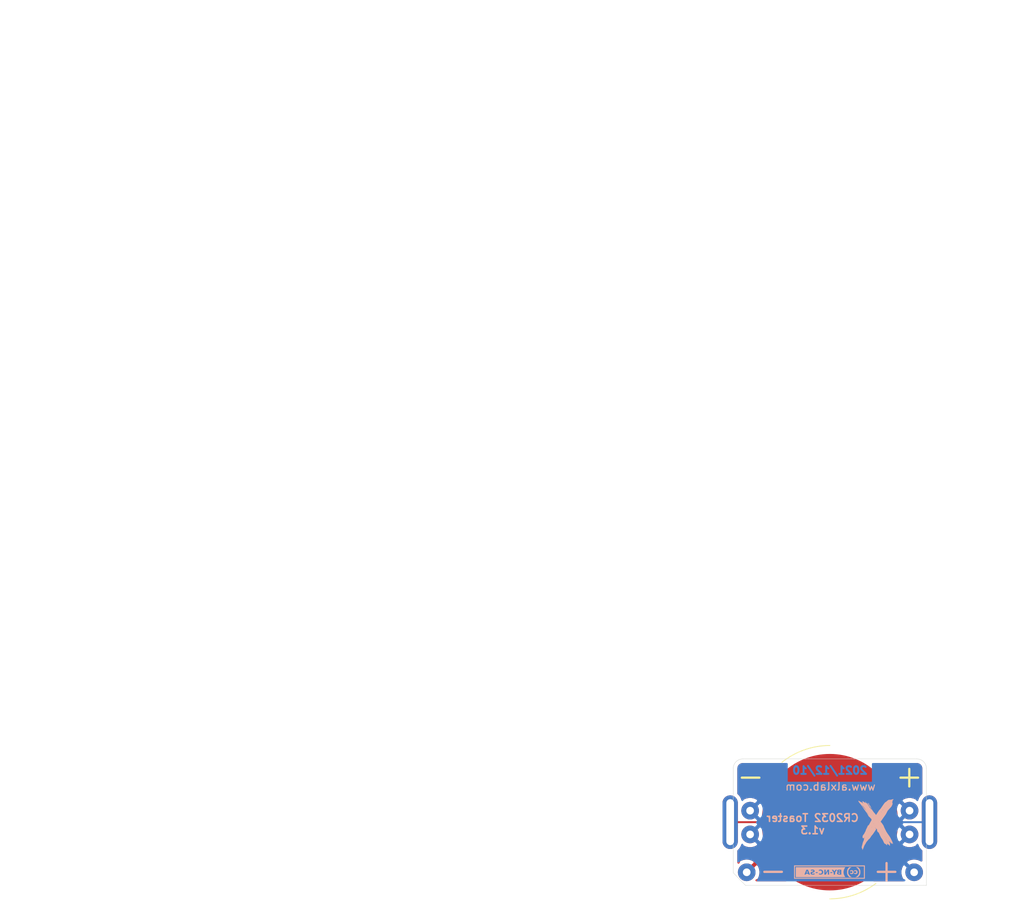
<source format=kicad_pcb>
(kicad_pcb (version 20171130) (host pcbnew "(5.1.6)-1")

  (general
    (thickness 1.6)
    (drawings 24)
    (tracks 7)
    (zones 0)
    (modules 8)
    (nets 3)
  )

  (page A4)
  (layers
    (0 F.Cu signal)
    (31 B.Cu signal)
    (32 B.Adhes user)
    (33 F.Adhes user)
    (34 B.Paste user)
    (35 F.Paste user)
    (36 B.SilkS user)
    (37 F.SilkS user)
    (38 B.Mask user)
    (39 F.Mask user)
    (40 Dwgs.User user)
    (41 Cmts.User user)
    (42 Eco1.User user)
    (43 Eco2.User user)
    (44 Edge.Cuts user)
    (45 Margin user)
    (46 B.CrtYd user)
    (47 F.CrtYd user)
    (48 B.Fab user)
    (49 F.Fab user)
  )

  (setup
    (last_trace_width 0.25)
    (user_trace_width 0.25)
    (user_trace_width 0.5)
    (user_trace_width 1)
    (user_trace_width 2)
    (user_trace_width 3)
    (user_trace_width 4)
    (user_trace_width 5)
    (trace_clearance 0.2)
    (zone_clearance 0.508)
    (zone_45_only no)
    (trace_min 0.2)
    (via_size 0.8)
    (via_drill 0.4)
    (via_min_size 0.4)
    (via_min_drill 0.3)
    (user_via 6.7 6.3)
    (uvia_size 0.3)
    (uvia_drill 0.1)
    (uvias_allowed no)
    (uvia_min_size 0.2)
    (uvia_min_drill 0.1)
    (edge_width 0.05)
    (segment_width 0.2)
    (pcb_text_width 0.3)
    (pcb_text_size 1.5 1.5)
    (mod_edge_width 0.12)
    (mod_text_size 1 1)
    (mod_text_width 0.15)
    (pad_size 2.3 2.3)
    (pad_drill 1)
    (pad_to_mask_clearance 0.05)
    (aux_axis_origin 0 0)
    (visible_elements 7FFFFFFF)
    (pcbplotparams
      (layerselection 0x010fc_ffffffff)
      (usegerberextensions true)
      (usegerberattributes false)
      (usegerberadvancedattributes false)
      (creategerberjobfile false)
      (excludeedgelayer true)
      (linewidth 0.100000)
      (plotframeref false)
      (viasonmask false)
      (mode 1)
      (useauxorigin false)
      (hpglpennumber 1)
      (hpglpenspeed 20)
      (hpglpendiameter 15.000000)
      (psnegative false)
      (psa4output false)
      (plotreference true)
      (plotvalue false)
      (plotinvisibletext false)
      (padsonsilk false)
      (subtractmaskfromsilk true)
      (outputformat 1)
      (mirror false)
      (drillshape 0)
      (scaleselection 1)
      (outputdirectory "../gerbers/"))
  )

  (net 0 "")
  (net 1 "Net-(BT1-PadP1)")
  (net 2 "Net-(BT1-PadN)")

  (net_class Default "This is the default net class."
    (clearance 0.2)
    (trace_width 0.25)
    (via_dia 0.8)
    (via_drill 0.4)
    (uvia_dia 0.3)
    (uvia_drill 0.1)
    (add_net "Net-(BT1-PadN)")
    (add_net "Net-(BT1-PadP1)")
  )

  (module "CR2032 Toaster:cc_by_nc_sa_small_9mm_front_silk_screen" (layer B.Cu) (tedit 0) (tstamp 60D3EA05)
    (at 107.95 113.5 180)
    (fp_text reference G*** (at 0 0) (layer B.SilkS) hide
      (effects (font (size 1.524 1.524) (thickness 0.3)) (justify mirror))
    )
    (fp_text value LOGO (at 0.75 0) (layer B.SilkS) hide
      (effects (font (size 1.524 1.524) (thickness 0.3)) (justify mirror))
    )
    (fp_poly (pts (xy 4.618182 -0.877455) (xy -4.618181 -0.877455) (xy -4.618181 0.738909) (xy -4.502727 0.738909)
      (xy -4.502727 -0.762) (xy 4.502728 -0.762) (xy 4.502728 0.738909) (xy -4.502727 0.738909)
      (xy -4.618181 0.738909) (xy -4.618181 0.854363) (xy 4.618182 0.854363) (xy 4.618182 -0.877455)) (layer B.SilkS) (width 0.01))
    (fp_poly (pts (xy -3.557706 0.558063) (xy -3.699855 0.443869) (xy -3.802092 0.307781) (xy -3.863228 0.151883)
      (xy -3.882159 -0.010503) (xy -3.860075 -0.181607) (xy -3.796161 -0.338347) (xy -3.693922 -0.475158)
      (xy -3.556864 -0.586475) (xy -3.498272 -0.619961) (xy -3.405909 -0.667595) (xy -3.565731 -0.668616)
      (xy -3.650758 -0.668004) (xy -3.705921 -0.660599) (xy -3.747535 -0.64007) (xy -3.791914 -0.600084)
      (xy -3.821737 -0.569253) (xy -3.913703 -0.461301) (xy -3.975343 -0.355647) (xy -4.011588 -0.239038)
      (xy -4.027364 -0.09822) (xy -4.029115 -0.011546) (xy -4.027648 0.099921) (xy -4.021908 0.178965)
      (xy -4.009457 0.239311) (xy -3.987858 0.294681) (xy -3.96759 0.334818) (xy -3.915574 0.420211)
      (xy -3.853825 0.50459) (xy -3.826179 0.536863) (xy -3.779012 0.584483) (xy -3.738362 0.610413)
      (xy -3.687116 0.621215) (xy -3.608162 0.623449) (xy -3.600319 0.623454) (xy -3.454595 0.623454)
      (xy -3.557706 0.558063)) (layer B.SilkS) (width 0.01))
    (fp_poly (pts (xy -2.637616 0.621804) (xy -2.584692 0.614087) (xy -2.546016 0.592938) (xy -2.505622 0.551913)
      (xy -2.484182 0.527063) (xy -2.392358 0.403516) (xy -2.333283 0.279826) (xy -2.300828 0.140048)
      (xy -2.290636 0.023422) (xy -2.296144 -0.1573) (xy -2.333292 -0.312057) (xy -2.40572 -0.451607)
      (xy -2.485653 -0.553065) (xy -2.590461 -0.669637) (xy -2.895405 -0.669637) (xy -2.792748 -0.604242)
      (xy -2.682391 -0.519452) (xy -2.582404 -0.416341) (xy -2.505825 -0.309295) (xy -2.481019 -0.260287)
      (xy -2.450456 -0.143995) (xy -2.442961 -0.007019) (xy -2.458118 0.131557) (xy -2.492004 0.244736)
      (xy -2.555573 0.353669) (xy -2.646315 0.460943) (xy -2.748811 0.549814) (xy -2.805545 0.585275)
      (xy -2.874818 0.621605) (xy -2.720754 0.62253) (xy -2.637616 0.621804)) (layer B.SilkS) (width 0.01))
    (fp_poly (pts (xy 4.387273 -0.669637) (xy 1.166091 -0.669637) (xy 0.784361 -0.669561) (xy 0.415511 -0.66934)
      (xy 0.062158 -0.668983) (xy -0.27308 -0.668497) (xy -0.587586 -0.667893) (xy -0.878742 -0.667178)
      (xy -1.143931 -0.666362) (xy -1.380535 -0.665453) (xy -1.585938 -0.664459) (xy -1.757521 -0.66339)
      (xy -1.892667 -0.662254) (xy -1.988759 -0.661061) (xy -2.04318 -0.659818) (xy -2.055091 -0.658893)
      (xy -2.043714 -0.635113) (xy -2.01433 -0.5849) (xy -1.98499 -0.537666) (xy -1.887549 -0.346125)
      (xy -1.836149 -0.151184) (xy -1.830789 0.047195) (xy -1.871472 0.249051) (xy -1.893063 0.300182)
      (xy -1.547091 0.300182) (xy -1.547091 -0.346364) (xy -1.361622 -0.346364) (xy -1.252491 -0.341864)
      (xy -1.157818 -0.329726) (xy -1.097935 -0.313682) (xy -1.019495 -0.262547) (xy -0.977318 -0.195277)
      (xy -0.97396 -0.121093) (xy -1.011974 -0.049214) (xy -1.021772 -0.038835) (xy -1.055702 -0.001192)
      (xy -1.057848 0.023949) (xy -1.033318 0.052479) (xy -0.997085 0.114647) (xy -1.005686 0.182563)
      (xy -1.049586 0.243504) (xy -1.07981 0.270071) (xy -1.113347 0.28675) (xy -1.118797 0.28778)
      (xy -0.969818 0.28778) (xy -0.957418 0.264549) (xy -0.924303 0.213118) (xy -0.876598 0.14287)
      (xy -0.854363 0.110977) (xy -0.797467 0.027284) (xy -0.763056 -0.03395) (xy -0.745569 -0.086955)
      (xy -0.739447 -0.145963) (xy -0.738909 -0.1845) (xy -0.736389 -0.258656) (xy -0.729888 -0.312767)
      (xy -0.723515 -0.33097) (xy -0.691826 -0.341536) (xy -0.635723 -0.346337) (xy -0.631151 -0.346364)
      (xy -0.554181 -0.346364) (xy -0.554181 -0.212978) (xy -0.552254 -0.147842) (xy -0.543046 -0.095448)
      (xy -0.537004 -0.080818) (xy -0.392545 -0.080818) (xy -0.389913 -0.11185) (xy -0.375062 -0.129134)
      (xy -0.337558 -0.136684) (xy -0.266968 -0.138512) (xy -0.242454 -0.138546) (xy -0.161772 -0.137533)
      (xy -0.116833 -0.131821) (xy -0.097203 -0.117397) (xy -0.09245 -0.090247) (xy -0.092363 -0.080818)
      (xy -0.094995 -0.049787) (xy -0.109846 -0.032502) (xy -0.14735 -0.024953) (xy -0.217941 -0.023124)
      (xy -0.242454 -0.023091) (xy -0.323137 -0.024103) (xy -0.368076 -0.029815) (xy -0.387705 -0.04424)
      (xy -0.392459 -0.07139) (xy -0.392545 -0.080818) (xy -0.537004 -0.080818) (xy -0.521422 -0.043091)
      (xy -0.482246 0.021934) (xy -0.425829 0.104522) (xy -0.297477 0.288636) (xy -0.385132 0.29613)
      (xy -0.443432 0.294706) (xy -0.491517 0.274197) (xy -0.539404 0.227368) (xy -0.597108 0.146983)
      (xy -0.602136 0.139361) (xy -0.638546 0.083961) (xy -0.712927 0.192071) (xy -0.759202 0.254536)
      (xy -0.796796 0.286897) (xy -0.840515 0.298818) (xy -0.878564 0.300182) (xy 0.046182 0.300182)
      (xy 0.046182 -0.346364) (xy 0.206146 -0.346364) (xy 0.219364 0.098992) (xy 0.342255 -0.123686)
      (xy 0.465147 -0.346364) (xy 0.669637 -0.346364) (xy 2.540674 -0.346364) (xy 2.633272 -0.346364)
      (xy 2.696751 -0.341355) (xy 2.730935 -0.320847) (xy 2.747819 -0.288637) (xy 2.764301 -0.256428)
      (xy 2.790893 -0.239085) (xy 2.840238 -0.232091) (xy 2.909455 -0.230909) (xy 2.988058 -0.23266)
      (xy 3.033167 -0.240925) (xy 3.057427 -0.260218) (xy 3.071091 -0.288637) (xy 3.096647 -0.3294)
      (xy 3.141788 -0.344994) (xy 3.174429 -0.346364) (xy 3.228077 -0.340838) (xy 3.25506 -0.327238)
      (xy 3.255819 -0.324221) (xy 3.247702 -0.295753) (xy 3.225423 -0.232868) (xy 3.192091 -0.143978)
      (xy 3.150815 -0.037499) (xy 3.136382 -0.000949) (xy 3.016946 0.300182) (xy 2.798847 0.300182)
      (xy 2.713176 0.086591) (xy 2.670573 -0.019774) (xy 2.629035 -0.123738) (xy 2.595147 -0.208809)
      (xy 2.584089 -0.236682) (xy 2.540674 -0.346364) (xy 0.669637 -0.346364) (xy 0.669637 -0.008429)
      (xy 0.804334 -0.008429) (xy 0.82347 -0.132072) (xy 0.878485 -0.232549) (xy 0.965789 -0.303434)
      (xy 0.970604 -0.305919) (xy 1.047389 -0.330957) (xy 1.143531 -0.344088) (xy 1.240372 -0.344476)
      (xy 1.319252 -0.331288) (xy 1.340791 -0.32246) (xy 1.377122 -0.280127) (xy 1.385455 -0.240086)
      (xy 1.37991 -0.199016) (xy 1.35467 -0.193788) (xy 1.3335 -0.20049) (xy 1.277409 -0.212322)
      (xy 1.202074 -0.218429) (xy 1.180812 -0.218675) (xy 1.087809 -0.202154) (xy 1.026913 -0.153138)
      (xy 1.000671 -0.080818) (xy 1.524 -0.080818) (xy 1.526934 -0.112812) (xy 1.542964 -0.130085)
      (xy 1.582934 -0.137156) (xy 1.65769 -0.138544) (xy 1.662546 -0.138546) (xy 1.739329 -0.137323)
      (xy 1.780785 -0.130644) (xy 1.797756 -0.11399) (xy 1.801088 -0.082842) (xy 1.801091 -0.080818)
      (xy 1.798158 -0.048825) (xy 1.782128 -0.031552) (xy 1.742157 -0.024481) (xy 1.667402 -0.023092)
      (xy 1.662546 -0.023091) (xy 1.585762 -0.024313) (xy 1.544307 -0.030992) (xy 1.527335 -0.047647)
      (xy 1.524003 -0.078795) (xy 1.524 -0.080818) (xy 1.000671 -0.080818) (xy 0.996818 -0.070202)
      (xy 0.992909 -0.013342) (xy 1.007941 0.084395) (xy 1.022742 0.104863) (xy 1.931329 0.104863)
      (xy 1.953721 0.025077) (xy 1.989347 -0.016437) (xy 2.028381 -0.036404) (xy 2.095221 -0.059918)
      (xy 2.147575 -0.074647) (xy 2.231885 -0.102081) (xy 2.274931 -0.132177) (xy 2.282459 -0.148756)
      (xy 2.273547 -0.195953) (xy 2.229382 -0.222715) (xy 2.156747 -0.22774) (xy 2.062421 -0.209724)
      (xy 2.026228 -0.19798) (xy 1.939637 -0.167078) (xy 1.939637 -0.24357) (xy 1.943004 -0.285985)
      (xy 1.958584 -0.313673) (xy 1.994598 -0.330078) (xy 2.059262 -0.338643) (xy 2.160798 -0.342813)
      (xy 2.177465 -0.343219) (xy 2.273444 -0.338566) (xy 2.353156 -0.322161) (xy 2.376712 -0.312581)
      (xy 2.435472 -0.27003) (xy 2.464125 -0.211565) (xy 2.470728 -0.136657) (xy 2.453644 -0.063723)
      (xy 2.400428 -0.006134) (xy 2.308128 0.038101) (xy 2.173796 0.070969) (xy 2.159 0.073529)
      (xy 2.117736 0.101459) (xy 2.105014 0.136257) (xy 2.10288 0.16465) (xy 2.11294 0.180183)
      (xy 2.144683 0.185487) (xy 2.207597 0.183196) (xy 2.260878 0.179513) (xy 2.424546 0.167802)
      (xy 2.424546 0.232331) (xy 2.421297 0.269389) (xy 2.404131 0.290802) (xy 2.361917 0.303514)
      (xy 2.295204 0.313019) (xy 2.154614 0.31766) (xy 2.047365 0.29263) (xy 1.974565 0.238304)
      (xy 1.949544 0.195914) (xy 1.931329 0.104863) (xy 1.022742 0.104863) (xy 1.054186 0.148345)
      (xy 1.133372 0.180232) (xy 1.1916 0.184727) (xy 1.266097 0.179544) (xy 1.327012 0.166559)
      (xy 1.340791 0.160824) (xy 1.372141 0.149649) (xy 1.383962 0.169338) (xy 1.385455 0.205215)
      (xy 1.378378 0.253475) (xy 1.34853 0.282506) (xy 1.301899 0.301085) (xy 1.176437 0.322716)
      (xy 1.057757 0.307444) (xy 0.953559 0.260059) (xy 0.871542 0.185351) (xy 0.819405 0.088109)
      (xy 0.804334 -0.008429) (xy 0.669637 -0.008429) (xy 0.669637 0.300182) (xy 0.484909 0.300182)
      (xy 0.484346 0.098136) (xy 0.483782 -0.103909) (xy 0.367028 0.098136) (xy 0.250274 0.300182)
      (xy 0.046182 0.300182) (xy -0.878564 0.300182) (xy -0.936017 0.297397) (xy -0.967673 0.290451)
      (xy -0.969818 0.28778) (xy -1.118797 0.28778) (xy -1.161305 0.295812) (xy -1.234789 0.299528)
      (xy -1.326677 0.300182) (xy -1.547091 0.300182) (xy -1.893063 0.300182) (xy -1.958197 0.454422)
      (xy -2.007936 0.541063) (xy -2.058857 0.623454) (xy 4.387273 0.623454) (xy 4.387273 -0.669637)) (layer B.SilkS) (width 0.01))
    (fp_poly (pts (xy -3.331718 0.222226) (xy -3.258037 0.199752) (xy -3.205363 0.168848) (xy -3.186545 0.136702)
      (xy -3.204527 0.111807) (xy -3.234648 0.091335) (xy -3.282036 0.078461) (xy -3.323057 0.102069)
      (xy -3.382789 0.132727) (xy -3.439718 0.123562) (xy -3.484616 0.080482) (xy -3.508251 0.009396)
      (xy -3.509818 -0.017487) (xy -3.492687 -0.092907) (xy -3.448689 -0.143024) (xy -3.388913 -0.161977)
      (xy -3.32445 -0.143907) (xy -3.302205 -0.127186) (xy -3.265644 -0.104939) (xy -3.22857 -0.118878)
      (xy -3.221813 -0.123683) (xy -3.19414 -0.160868) (xy -3.212233 -0.198782) (xy -3.276274 -0.237734)
      (xy -3.292531 -0.244811) (xy -3.375395 -0.271396) (xy -3.446838 -0.270179) (xy -3.528 -0.242302)
      (xy -3.601723 -0.187573) (xy -3.646669 -0.107478) (xy -3.661187 -0.01403) (xy -3.643625 0.080758)
      (xy -3.592331 0.164875) (xy -3.585051 0.172469) (xy -3.53504 0.210957) (xy -3.474525 0.228023)
      (xy -3.413493 0.230909) (xy -3.331718 0.222226)) (layer B.SilkS) (width 0.01))
    (fp_poly (pts (xy -2.809395 0.221819) (xy -2.737623 0.198133) (xy -2.690391 0.165225) (xy -2.678545 0.138048)
      (xy -2.696565 0.112072) (xy -2.726648 0.091335) (xy -2.774036 0.078461) (xy -2.815057 0.102069)
      (xy -2.875497 0.135445) (xy -2.931001 0.123068) (xy -2.965872 0.087226) (xy -2.996426 0.014074)
      (xy -2.996862 -0.06251) (xy -2.96721 -0.123629) (xy -2.965532 -0.125351) (xy -2.908809 -0.156237)
      (xy -2.844577 -0.156844) (xy -2.794402 -0.127485) (xy -2.758457 -0.105711) (xy -2.722302 -0.116752)
      (xy -2.684924 -0.147041) (xy -2.688722 -0.17962) (xy -2.73504 -0.219409) (xy -2.753591 -0.231162)
      (xy -2.847841 -0.270048) (xy -2.943884 -0.268068) (xy -3.017318 -0.24343) (xy -3.085491 -0.200311)
      (xy -3.124445 -0.137703) (xy -3.139629 -0.045326) (xy -3.140363 -0.011287) (xy -3.133899 0.066541)
      (xy -3.108461 0.122734) (xy -3.072867 0.163412) (xy -3.019994 0.207089) (xy -2.963456 0.22678)
      (xy -2.893277 0.230909) (xy -2.809395 0.221819)) (layer B.SilkS) (width 0.01))
    (fp_poly (pts (xy -1.264426 -0.073718) (xy -1.197762 -0.08394) (xy -1.165469 -0.105604) (xy -1.158006 -0.125474)
      (xy -1.169047 -0.175514) (xy -1.21523 -0.213288) (xy -1.285697 -0.230588) (xy -1.297504 -0.230909)
      (xy -1.340908 -0.226035) (xy -1.358893 -0.202207) (xy -1.362363 -0.148763) (xy -1.362363 -0.066618)
      (xy -1.264426 -0.073718)) (layer B.SilkS) (width 0.01))
    (fp_poly (pts (xy -1.283188 0.180946) (xy -1.275772 0.180348) (xy -1.216848 0.170172) (xy -1.192269 0.148116)
      (xy -1.189181 0.127) (xy -1.199119 0.094751) (xy -1.236659 0.078535) (xy -1.275772 0.073651)
      (xy -1.33247 0.071989) (xy -1.356864 0.085295) (xy -1.362341 0.121819) (xy -1.362363 0.127)
      (xy -1.358028 0.166265) (xy -1.336099 0.181498) (xy -1.283188 0.180946)) (layer B.SilkS) (width 0.01))
    (fp_poly (pts (xy 2.922071 0.095757) (xy 2.945606 0.045667) (xy 2.95873 0.011545) (xy 2.996095 -0.092364)
      (xy 2.819894 -0.092364) (xy 2.8553 0.011545) (xy 2.878947 0.072375) (xy 2.899116 0.109781)
      (xy 2.906035 0.115454) (xy 2.922071 0.095757)) (layer B.SilkS) (width 0.01))
  )

  (module snapeda:BAT_BAT-HLD-001-THM (layer F.Cu) (tedit 61B427D1) (tstamp 60D8BA52)
    (at 108 107)
    (path /60D38724)
    (fp_text reference BT1 (at -6.055 -10.389) (layer F.SilkS) hide
      (effects (font (size 1.4 1.4) (thickness 0.15)))
    )
    (fp_text value BAT-HLD-001-THM (at 6.391 10.389) (layer F.Fab)
      (effects (font (size 1.4 1.4) (thickness 0.15)))
    )
    (fp_line (start -10.55 -7.5) (end 10.55 -7.5) (layer F.Fab) (width 0.127))
    (fp_line (start 10.55 -7.5) (end 10.55 8) (layer F.Fab) (width 0.127))
    (fp_line (start 10.55 8) (end 5.5 8) (layer F.Fab) (width 0.127))
    (fp_line (start -5.5 8) (end -10.55 8) (layer F.Fab) (width 0.127))
    (fp_line (start -10.55 8) (end -10.55 -7.5) (layer F.Fab) (width 0.127))
    (fp_line (start -11.8 -9.15) (end 11.8 -9.15) (layer F.CrtYd) (width 0.05))
    (fp_line (start 11.8 -9.15) (end 11.8 9.15) (layer F.CrtYd) (width 0.05))
    (fp_line (start 11.8 9.15) (end -11.8 9.15) (layer F.CrtYd) (width 0.05))
    (fp_line (start -11.8 9.15) (end -11.8 -9.15) (layer F.CrtYd) (width 0.05))
    (fp_arc (start 0.07051 14.756402) (end -5.5 8) (angle 39.0435) (layer F.Fab) (width 0.127))
    (fp_arc (start -0.07051 14.756402) (end 0 6) (angle 39.0435) (layer F.Fab) (width 0.127))
    (pad P4 thru_hole circle (at 10.4 -1.5) (size 2.3 2.3) (drill 1) (layers *.Cu *.Mask)
      (net 1 "Net-(BT1-PadP1)"))
    (pad P3 thru_hole circle (at 10.4 1.6) (size 2.3 2.3) (drill 1) (layers *.Cu *.Mask)
      (net 1 "Net-(BT1-PadP1)"))
    (pad P2 thru_hole circle (at -10.4 1.6) (size 2.3 2.3) (drill 1) (layers *.Cu *.Mask)
      (net 1 "Net-(BT1-PadP1)"))
    (pad P1 thru_hole circle (at -10.4 -1.5) (size 2.3 2.3) (drill 1) (layers *.Cu *.Mask)
      (net 1 "Net-(BT1-PadP1)"))
    (pad N smd circle (at 0 0) (size 17.8 17.8) (layers F.Cu F.Mask)
      (net 2 "Net-(BT1-PadN)"))
  )

  (module MountingHole:MountingHole_2.2mm_M2_DIN965_Pad (layer F.Cu) (tedit 61469137) (tstamp 61468F39)
    (at 97.155 113.538)
    (descr "Mounting Hole 2.2mm, M2, DIN965")
    (tags "mounting hole 2.2mm m2 din965")
    (attr virtual)
    (fp_text reference REF** (at 0 -2.9) (layer F.SilkS) hide
      (effects (font (size 1 1) (thickness 0.15)))
    )
    (fp_text value MountingHole_2.2mm_M2_DIN965_Pad (at 0 2.9) (layer F.Fab)
      (effects (font (size 1 1) (thickness 0.15)))
    )
    (fp_circle (center 0 0) (end 2.15 0) (layer F.CrtYd) (width 0.05))
    (fp_circle (center 0 0) (end 1.9 0) (layer Cmts.User) (width 0.15))
    (fp_text user %R (at 0.3 0) (layer F.Fab) hide
      (effects (font (size 1 1) (thickness 0.15)))
    )
    (pad 1 thru_hole circle (at 0 0) (size 2.3 2.3) (drill 1) (layers *.Cu *.Mask)
      (net 2 "Net-(BT1-PadN)"))
  )

  (module MountingHole:MountingHole_2.2mm_M2_DIN965_Pad (layer F.Cu) (tedit 61469176) (tstamp 61468E64)
    (at 118.999 113.538)
    (descr "Mounting Hole 2.2mm, M2, DIN965")
    (tags "mounting hole 2.2mm m2 din965")
    (attr virtual)
    (fp_text reference REF** (at 0 -2.9) (layer F.SilkS) hide
      (effects (font (size 1 1) (thickness 0.15)))
    )
    (fp_text value MountingHole_2.2mm_M2_DIN965_Pad (at 0 2.9) (layer F.Fab)
      (effects (font (size 1 1) (thickness 0.15)))
    )
    (fp_circle (center 0 0) (end 2.15 0) (layer F.CrtYd) (width 0.05))
    (fp_circle (center 0 0) (end 1.9 0) (layer Cmts.User) (width 0.15))
    (fp_text user %R (at 0.3 0) (layer F.Fab) hide
      (effects (font (size 1 1) (thickness 0.15)))
    )
    (pad 1 thru_hole circle (at 0 0) (size 2.3 2.3) (drill 1) (layers *.Cu *.Mask)
      (net 1 "Net-(BT1-PadP1)"))
  )

  (module "CR2032 Toaster:6mm PTS" (layer F.Cu) (tedit 60D8B55E) (tstamp 60D3E8BF)
    (at 95 107)
    (path /60D3B402)
    (fp_text reference J2 (at 0 0.5) (layer F.SilkS) hide
      (effects (font (size 1 1) (thickness 0.15)))
    )
    (fp_text value Conn_01x01 (at 0 -0.5) (layer F.Fab)
      (effects (font (size 1 1) (thickness 0.15)))
    )
    (pad 1 thru_hole oval (at 0 0) (size 2 7) (drill oval 1 6) (layers *.Cu *.Mask)
      (net 2 "Net-(BT1-PadN)"))
  )

  (module "CR2032 Toaster:6mm PTS" (layer F.Cu) (tedit 60D8B581) (tstamp 60D3F839)
    (at 121 107)
    (path /60D3CFE2)
    (fp_text reference J1 (at 0 0.5) (layer F.SilkS) hide
      (effects (font (size 1 1) (thickness 0.15)))
    )
    (fp_text value Conn_01x01 (at 0 -0.5) (layer F.Fab)
      (effects (font (size 1 1) (thickness 0.15)))
    )
    (pad 1 thru_hole oval (at 0 0) (size 2 7) (drill oval 1 6) (layers *.Cu *.Mask)
      (net 1 "Net-(BT1-PadP1)"))
  )

  (module logos:logo_7 (layer F.Cu) (tedit 60C2BBD9) (tstamp 60C47F20)
    (at 114 106.25)
    (fp_text reference G*** (at 1 0 -180) (layer B.SilkS) hide
      (effects (font (size 1.524 1.524) (thickness 0.3)) (justify mirror))
    )
    (fp_text value LOGO (at 0.75 1) (layer B.SilkS) hide
      (effects (font (size 1.524 1.524) (thickness 0.3)) (justify mirror))
    )
    (fp_poly (pts (xy -1.367615 -1.925497) (xy -1.36525 -1.921) (xy -1.353283 -1.908872) (xy -1.35105 -1.9083)
      (xy -1.350184 -1.916504) (xy -1.35255 -1.921) (xy -1.364516 -1.933129) (xy -1.366749 -1.9337)
      (xy -1.367615 -1.925497)) (layer F.SilkS) (width 0.01))
    (fp_poly (pts (xy -1.0287 -1.76225) (xy -1.02235 -1.7559) (xy -1.016 -1.76225) (xy -1.02235 -1.7686)
      (xy -1.0287 -1.76225)) (layer B.SilkS) (width 0.01))
    (fp_poly (pts (xy -1.0033 -1.74955) (xy -0.99695 -1.7432) (xy -0.9906 -1.74955) (xy -0.99695 -1.7559)
      (xy -1.0033 -1.74955)) (layer B.SilkS) (width 0.01))
    (fp_poly (pts (xy -1.107945 -1.747832) (xy -1.111359 -1.731981) (xy -1.1049 -1.72415) (xy -1.097358 -1.708939)
      (xy -1.099092 -1.704223) (xy -1.095573 -1.694187) (xy -1.08585 -1.6924) (xy -1.071476 -1.687353)
      (xy -1.071841 -1.681817) (xy -1.068223 -1.672345) (xy -1.061325 -1.671234) (xy -1.048077 -1.681196)
      (xy -1.04722 -1.691342) (xy -1.059092 -1.70912) (xy -1.06801 -1.711736) (xy -1.081267 -1.722006)
      (xy -1.082118 -1.733961) (xy -1.084761 -1.752441) (xy -1.090893 -1.7559) (xy -1.107945 -1.747832)) (layer B.SilkS) (width 0.01))
    (fp_poly (pts (xy -0.9017 -1.54635) (xy -0.89535 -1.54) (xy -0.889 -1.54635) (xy -0.89535 -1.5527)
      (xy -0.9017 -1.54635)) (layer B.SilkS) (width 0.01))
    (fp_poly (pts (xy -0.9779 -1.53365) (xy -0.97155 -1.5273) (xy -0.9652 -1.53365) (xy -0.97155 -1.54)
      (xy -0.9779 -1.53365)) (layer B.SilkS) (width 0.01))
    (fp_poly (pts (xy -0.833966 -1.484967) (xy -0.832223 -1.477417) (xy -0.8255 -1.4765) (xy -0.815046 -1.481147)
      (xy -0.817033 -1.484967) (xy -0.832105 -1.486487) (xy -0.833966 -1.484967)) (layer B.SilkS) (width 0.01))
    (fp_poly (pts (xy -0.5842 -1.01295) (xy -0.57785 -1.0066) (xy -0.5715 -1.01295) (xy -0.57785 -1.0193)
      (xy -0.5842 -1.01295)) (layer B.SilkS) (width 0.01))
    (fp_poly (pts (xy -0.977204 -1.747656) (xy -0.972756 -1.728129) (xy -0.95885 -1.709636) (xy -0.944312 -1.689993)
      (xy -0.94008 -1.674561) (xy -0.947495 -1.67086) (xy -0.952354 -1.673261) (xy -0.959638 -1.671243)
      (xy -0.957579 -1.661918) (xy -0.954418 -1.635716) (xy -0.96622 -1.626181) (xy -0.986709 -1.637361)
      (xy -0.990053 -1.64097) (xy -1.008983 -1.660188) (xy -1.01954 -1.667) (xy -1.02284 -1.656782)
      (xy -1.020525 -1.634308) (xy -1.015467 -1.6162) (xy -1.014238 -1.601099) (xy -1.004887 -1.590827)
      (xy -0.989614 -1.584138) (xy -0.964364 -1.564062) (xy -0.943548 -1.52442) (xy -0.933662 -1.4892)
      (xy -0.920076 -1.446796) (xy -0.897576 -1.401238) (xy -0.86942 -1.356623) (xy -0.838866 -1.317046)
      (xy -0.809171 -1.286604) (xy -0.783595 -1.269391) (xy -0.765395 -1.269504) (xy -0.761964 -1.273358)
      (xy -0.751183 -1.279405) (xy -0.737665 -1.262557) (xy -0.736487 -1.260391) (xy -0.727306 -1.240101)
      (xy -0.73286 -1.236399) (xy -0.741472 -1.239226) (xy -0.758747 -1.240896) (xy -0.762 -1.236357)
      (xy -0.753984 -1.220434) (xy -0.737233 -1.206369) (xy -0.722686 -1.202922) (xy -0.72139 -1.203844)
      (xy -0.713669 -1.196986) (xy -0.700985 -1.172331) (xy -0.692073 -1.150683) (xy -0.674243 -1.110785)
      (xy -0.650566 -1.066183) (xy -0.626208 -1.025949) (xy -0.606333 -0.999151) (xy -0.604974 -0.997741)
      (xy -0.603517 -1.006786) (xy -0.603833 -1.033204) (xy -0.604248 -1.042465) (xy -0.611121 -1.081155)
      (xy -0.626798 -1.134391) (xy -0.648271 -1.194236) (xy -0.672531 -1.25275) (xy -0.696572 -1.301995)
      (xy -0.712238 -1.327504) (xy -0.733101 -1.361301) (xy -0.75525 -1.404418) (xy -0.762446 -1.420392)
      (xy -0.781367 -1.456452) (xy -0.797138 -1.470056) (xy -0.801921 -1.469025) (xy -0.807164 -1.456884)
      (xy -0.793426 -1.442943) (xy -0.77862 -1.426597) (xy -0.778829 -1.417337) (xy -0.778037 -1.40273)
      (xy -0.766409 -1.385456) (xy -0.75278 -1.367465) (xy -0.758215 -1.363413) (xy -0.783996 -1.372825)
      (xy -0.791505 -1.376189) (xy -0.812055 -1.393491) (xy -0.837399 -1.425595) (xy -0.863569 -1.465802)
      (xy -0.886594 -1.507412) (xy -0.902506 -1.543726) (xy -0.907336 -1.568044) (xy -0.906715 -1.570647)
      (xy -0.911698 -1.586868) (xy -0.926381 -1.594292) (xy -0.948301 -1.605652) (xy -0.950135 -1.618074)
      (xy -0.93168 -1.624099) (xy -0.927186 -1.623991) (xy -0.903017 -1.610944) (xy -0.877986 -1.577079)
      (xy -0.875087 -1.57175) (xy -0.851868 -1.530108) (xy -0.838731 -1.511213) (xy -0.836465 -1.51481)
      (xy -0.845856 -1.540646) (xy -0.86177 -1.57605) (xy -0.881971 -1.617361) (xy -0.898881 -1.649178)
      (xy -0.908931 -1.664798) (xy -0.909094 -1.66495) (xy -0.912939 -1.664592) (xy -0.910159 -1.658806)
      (xy -0.912389 -1.642657) (xy -0.920822 -1.63698) (xy -0.935822 -1.63948) (xy -0.939881 -1.654562)
      (xy -0.930686 -1.670917) (xy -0.928129 -1.672714) (xy -0.925466 -1.68712) (xy -0.933105 -1.712153)
      (xy -0.946488 -1.737837) (xy -0.961061 -1.7542) (xy -0.96613 -1.7559) (xy -0.977204 -1.747656)) (layer B.SilkS) (width 0.01))
    (fp_poly (pts (xy 1.1811 3.57175) (xy 1.18745 3.5781) (xy 1.1938 3.57175) (xy 1.18745 3.5654)
      (xy 1.1811 3.57175)) (layer B.SilkS) (width 0.01))
    (fp_poly (pts (xy 1.2192 3.62255) (xy 1.22555 3.6289) (xy 1.2319 3.62255) (xy 1.22555 3.6162)
      (xy 1.2192 3.62255)) (layer B.SilkS) (width 0.01))
    (fp_poly (pts (xy 2.271817 -2.255016) (xy 2.241589 -2.245307) (xy 2.228288 -2.239731) (xy 2.186547 -2.225679)
      (xy 2.13399 -2.213973) (xy 2.101729 -2.20936) (xy 2.048452 -2.201361) (xy 1.995483 -2.189553)
      (xy 1.969957 -2.181864) (xy 1.920325 -2.170453) (xy 1.852659 -2.163755) (xy 1.798139 -2.1623)
      (xy 1.746274 -2.16141) (xy 1.702582 -2.157411) (xy 1.663359 -2.148314) (xy 1.624902 -2.132127)
      (xy 1.583507 -2.10686) (xy 1.53547 -2.070522) (xy 1.477088 -2.021124) (xy 1.404657 -1.956674)
      (xy 1.388573 -1.942177) (xy 1.349843 -1.909505) (xy 1.316791 -1.885761) (xy 1.294675 -1.874561)
      (xy 1.290055 -1.874408) (xy 1.272959 -1.869543) (xy 1.244843 -1.85058) (xy 1.216192 -1.82568)
      (xy 1.191928 -1.801831) (xy 1.168427 -1.7771) (xy 1.144112 -1.749345) (xy 1.117407 -1.716429)
      (xy 1.086734 -1.676212) (xy 1.050517 -1.626556) (xy 1.007178 -1.56532) (xy 0.955142 -1.490366)
      (xy 0.89283 -1.399556) (xy 0.818666 -1.290749) (xy 0.780908 -1.2352) (xy 0.719778 -1.145557)
      (xy 0.670398 -1.074136) (xy 0.630506 -1.017975) (xy 0.59784 -0.974113) (xy 0.570135 -0.939588)
      (xy 0.545129 -0.911438) (xy 0.52056 -0.886701) (xy 0.500314 -0.867935) (xy 0.462649 -0.828713)
      (xy 0.421217 -0.777548) (xy 0.384362 -0.724823) (xy 0.381 -0.719463) (xy 0.349078 -0.668897)
      (xy 0.308854 -0.606653) (xy 0.266367 -0.542018) (xy 0.239996 -0.502528) (xy 0.203728 -0.447719)
      (xy 0.170091 -0.395232) (xy 0.143248 -0.351661) (xy 0.129199 -0.32715) (xy 0.097103 -0.275293)
      (xy 0.062318 -0.233139) (xy 0.030139 -0.206845) (xy 0.022769 -0.203335) (xy 0.004718 -0.205367)
      (xy -0.013105 -0.22835) (xy -0.019328 -0.240631) (xy -0.037262 -0.269462) (xy -0.067913 -0.309964)
      (xy -0.106216 -0.355666) (xy -0.12995 -0.382013) (xy -0.220138 -0.482352) (xy -0.293519 -0.571074)
      (xy -0.353308 -0.652194) (xy -0.356306 -0.656765) (xy -1.198324 -0.656765) (xy -1.199256 -0.651)
      (xy -1.209456 -0.660736) (xy -1.2192 -0.6764) (xy -1.221843 -0.68275) (xy -1.2573 -0.68275)
      (xy -1.26365 -0.6764) (xy -1.27 -0.68275) (xy -1.26365 -0.6891) (xy -1.2573 -0.68275)
      (xy -1.221843 -0.68275) (xy -1.227375 -0.696036) (xy -1.226443 -0.7018) (xy -1.216243 -0.692065)
      (xy -1.2065 -0.6764) (xy -1.198324 -0.656765) (xy -0.356306 -0.656765) (xy -0.385221 -0.700848)
      (xy -0.403588 -0.729136) (xy -1.24498 -0.729136) (xy -1.247162 -0.731953) (xy -1.264821 -0.755669)
      (xy -1.277388 -0.77165) (xy -1.3081 -0.77165) (xy -1.31445 -0.7653) (xy -1.3208 -0.77165)
      (xy -1.31445 -0.778) (xy -1.3081 -0.77165) (xy -1.277388 -0.77165) (xy -1.291062 -0.789038)
      (xy -1.297549 -0.79705) (xy -1.3208 -0.79705) (xy -1.32715 -0.7907) (xy -1.3335 -0.79705)
      (xy -1.32715 -0.8034) (xy -1.3208 -0.79705) (xy -1.297549 -0.79705) (xy -1.30547 -0.806833)
      (xy -1.327596 -0.83515) (xy -1.3462 -0.83515) (xy -1.35255 -0.8288) (xy -1.3589 -0.83515)
      (xy -1.35255 -0.8415) (xy -1.3462 -0.83515) (xy -1.327596 -0.83515) (xy -1.332323 -0.841199)
      (xy -1.353555 -0.871121) (xy -1.354855 -0.87325) (xy -1.3716 -0.87325) (xy -1.37795 -0.8669)
      (xy -1.3843 -0.87325) (xy -1.37795 -0.8796) (xy -1.3716 -0.87325) (xy -1.354855 -0.87325)
      (xy -1.360083 -0.881811) (xy -1.375689 -0.897344) (xy -1.386899 -0.897044) (xy -1.394914 -0.896188)
      (xy -1.393821 -0.89865) (xy -1.4097 -0.89865) (xy -1.41605 -0.8923) (xy -1.4224 -0.89865)
      (xy -1.41605 -0.905) (xy -1.4097 -0.89865) (xy -1.393821 -0.89865) (xy -1.391897 -0.902982)
      (xy -1.393886 -0.920833) (xy -1.40547 -0.93675) (xy -1.4097 -0.93675) (xy -1.41605 -0.9304)
      (xy -1.4224 -0.93675) (xy -1.4351 -0.93675) (xy -1.44145 -0.9304) (xy -1.4478 -0.93675)
      (xy -1.44145 -0.9431) (xy -1.4351 -0.93675) (xy -1.4224 -0.93675) (xy -1.41605 -0.9431)
      (xy -1.4097 -0.93675) (xy -1.40547 -0.93675) (xy -1.41108 -0.944458) (xy -1.412882 -0.946219)
      (xy -1.437445 -0.973109) (xy -1.43884 -0.97485) (xy -1.4605 -0.97485) (xy -1.46685 -0.9685)
      (xy -1.4732 -0.97485) (xy -1.46685 -0.9812) (xy -1.4605 -0.97485) (xy -1.43884 -0.97485)
      (xy -1.467614 -1.010741) (xy -1.485311 -1.034773) (xy -1.510491 -1.06596) (xy -1.531593 -1.084362)
      (xy -1.541738 -1.086712) (xy -1.549418 -1.084943) (xy -1.546976 -1.088479) (xy -1.548868 -1.103119)
      (xy -1.564785 -1.126694) (xy -1.569201 -1.131661) (xy -1.589805 -1.156528) (xy -1.599972 -1.173992)
      (xy -1.6002 -1.175495) (xy -1.6082 -1.180147) (xy -1.613214 -1.177856) (xy -1.624061 -1.176799)
      (xy -1.62441 -1.180282) (xy -1.624026 -1.206142) (xy -1.631607 -1.218171) (xy -1.636888 -1.217023)
      (xy -1.648255 -1.223561) (xy -1.668133 -1.246562) (xy -1.692662 -1.280304) (xy -1.71798 -1.319066)
      (xy -1.740226 -1.357127) (xy -1.75554 -1.388767) (xy -1.758561 -1.39731) (xy -1.768146 -1.417349)
      (xy -1.775739 -1.420754) (xy -1.782921 -1.427169) (xy -1.786123 -1.44504) (xy -1.784609 -1.453485)
      (xy -1.777648 -1.453059) (xy -1.763834 -1.442199) (xy -1.741762 -1.419343) (xy -1.710024 -1.382931)
      (xy -1.667215 -1.331398) (xy -1.611929 -1.263185) (xy -1.54276 -1.176727) (xy -1.528642 -1.159)
      (xy -1.466034 -1.079727) (xy -1.416646 -1.015432) (xy -1.377374 -0.961638) (xy -1.345111 -0.913864)
      (xy -1.316754 -0.867632) (xy -1.289197 -0.818461) (xy -1.277747 -0.79705) (xy -1.258194 -0.759318)
      (xy -1.246713 -0.735492) (xy -1.24498 -0.729136) (xy -0.403588 -0.729136) (xy -0.417882 -0.75115)
      (xy -0.453397 -0.80282) (xy -0.478917 -0.837782) (xy -0.508752 -0.880557) (xy -0.535236 -0.924673)
      (xy -0.545853 -0.94571) (xy -0.561117 -0.975346) (xy -0.572535 -0.98405) (xy -0.582117 -0.977359)
      (xy -0.589216 -0.95747) (xy -0.578038 -0.935709) (xy -0.561622 -0.909555) (xy -0.564445 -0.89738)
      (xy -0.5842 -0.895792) (xy -0.604876 -0.902416) (xy -0.609599 -0.909741) (xy -0.616841 -0.925321)
      (xy -0.636123 -0.955811) (xy -0.663783 -0.996161) (xy -0.696159 -1.041317) (xy -0.729588 -1.086226)
      (xy -0.760406 -1.125837) (xy -0.784953 -1.155096) (xy -0.794893 -1.16535) (xy -0.817944 -1.192684)
      (xy -0.842273 -1.230663) (xy -0.84959 -1.244372) (xy -0.875836 -1.289069) (xy -0.907228 -1.332666)
      (xy -0.914519 -1.341347) (xy -0.944081 -1.381263) (xy -0.968988 -1.42508) (xy -0.972856 -1.433775)
      (xy -0.990706 -1.470861) (xy -1.009264 -1.500629) (xy -1.012883 -1.505075) (xy -1.023821 -1.52193)
      (xy -1.021143 -1.527495) (xy -1.018391 -1.53287) (xy -1.023188 -1.53702) (xy -1.037396 -1.552103)
      (xy -1.059792 -1.581179) (xy -1.077773 -1.606675) (xy -1.080221 -1.60985) (xy -1.8669 -1.60985)
      (xy -1.87325 -1.6035) (xy -1.8796 -1.60985) (xy -1.87325 -1.6162) (xy -1.8669 -1.60985)
      (xy -1.080221 -1.60985) (xy -1.099811 -1.63525) (xy -1.8796 -1.63525) (xy -1.88595 -1.6289)
      (xy -1.8923 -1.63525) (xy -1.88595 -1.6416) (xy -1.8796 -1.63525) (xy -1.099811 -1.63525)
      (xy -1.103121 -1.639541) (xy -1.125741 -1.661451) (xy -1.13719 -1.667) (xy -1.153947 -1.675612)
      (xy -1.182711 -1.698571) (xy -1.218256 -1.73156) (xy -1.23183 -1.745187) (xy -1.272413 -1.789182)
      (xy -1.296528 -1.82216) (xy -1.307442 -1.849096) (xy -1.308992 -1.862662) (xy -1.312828 -1.899714)
      (xy -1.319673 -1.926996) (xy -1.327154 -1.942144) (xy -1.332187 -1.935512) (xy -1.335984 -1.917914)
      (xy -1.337868 -1.891819) (xy -1.333474 -1.880169) (xy -1.325629 -1.866539) (xy -1.317361 -1.837167)
      (xy -1.315459 -1.827672) (xy -1.306478 -1.778794) (xy -1.361264 -1.787711) (xy -1.441213 -1.809555)
      (xy -1.508939 -1.849241) (xy -1.543127 -1.879129) (xy -1.585915 -1.91275) (xy -1.637012 -1.935861)
      (xy -1.703637 -1.9514) (xy -1.730375 -1.955383) (xy -1.764933 -1.956015) (xy -1.777475 -1.946578)
      (xy -1.767001 -1.928269) (xy -1.759089 -1.921117) (xy -1.746904 -1.902606) (xy -1.748016 -1.892742)
      (xy -1.746143 -1.876193) (xy -1.73912 -1.869718) (xy -1.724877 -1.850193) (xy -1.717899 -1.825877)
      (xy -1.710064 -1.796434) (xy -1.694397 -1.754707) (xy -1.679127 -1.720165) (xy -1.656288 -1.671713)
      (xy -1.644367 -1.644389) (xy -1.643345 -1.636393) (xy -1.653204 -1.645927) (xy -1.673923 -1.671194)
      (xy -1.67867 -1.677107) (xy -1.734811 -1.739269) (xy -1.796272 -1.794171) (xy -1.85836 -1.838537)
      (xy -1.916379 -1.869087) (xy -1.965637 -1.882546) (xy -1.973405 -1.8829) (xy -2.001288 -1.891618)
      (xy -2.039922 -1.915271) (xy -2.070685 -1.939374) (xy -2.139899 -1.992228) (xy -2.197753 -2.022998)
      (xy -2.24397 -2.031551) (xy -2.255389 -2.029799) (xy -2.274835 -2.023238) (xy -2.279619 -2.011889)
      (xy -2.271681 -1.987602) (xy -2.267719 -1.978033) (xy -2.241014 -1.925395) (xy -2.19965 -1.860934)
      (xy -2.142575 -1.783199) (xy -2.068739 -1.690741) (xy -2.000383 -1.609284) (xy -1.963111 -1.564928)
      (xy -1.929355 -1.52357) (xy -1.904617 -1.491994) (xy -1.89865 -1.483863) (xy -1.871678 -1.447048)
      (xy -1.846669 -1.414579) (xy -1.830001 -1.391474) (xy -1.803346 -1.352019) (xy -1.770154 -1.301419)
      (xy -1.733875 -1.244879) (xy -1.727744 -1.2352) (xy -1.691197 -1.178829) (xy -1.645965 -1.111325)
      (xy -1.594054 -1.035484) (xy -1.537472 -0.954101) (xy -1.478229 -0.86997) (xy -1.418331 -0.785887)
      (xy -1.359788 -0.704648) (xy -1.304606 -0.629046) (xy -1.254794 -0.561877) (xy -1.21236 -0.505937)
      (xy -1.179313 -0.46402) (xy -1.157659 -0.438922) (xy -1.151919 -0.433681) (xy -1.140692 -0.416983)
      (xy -1.140393 -0.414631) (xy -1.135582 -0.392902) (xy -1.12137 -0.360043) (xy -1.096074 -0.312587)
      (xy -1.064081 -0.2573) (xy -1.030849 -0.199183) (xy -0.996194 -0.135536) (xy -0.967205 -0.079401)
      (xy -0.965311 -0.075561) (xy -0.933464 -0.018114) (xy -0.903736 0.021363) (xy -0.878111 0.040663)
      (xy -0.86153 0.03987) (xy -0.851332 0.041342) (xy -0.8509 0.044125) (xy -0.842625 0.057081)
      (xy -0.82013 0.084201) (xy -0.786904 0.121446) (xy -0.748749 0.16235) (xy -0.682812 0.231648)
      (xy -0.632451 0.28496) (xy -0.595874 0.324833) (xy -0.571289 0.353814) (xy -0.556904 0.374451)
      (xy -0.550927 0.389292) (xy -0.551567 0.400885) (xy -0.557032 0.411777) (xy -0.56497 0.423657)
      (xy -0.579174 0.453529) (xy -0.575877 0.480556) (xy -0.572822 0.487819) (xy -0.562999 0.510157)
      (xy -0.56136 0.525331) (xy -0.570398 0.541728) (xy -0.592605 0.567734) (xy -0.598606 0.574552)
      (xy -0.619117 0.602597) (xy -0.647481 0.647734) (xy -0.680306 0.704278) (xy -0.714206 0.766542)
      (xy -0.722431 0.782296) (xy -0.755509 0.846088) (xy -0.787161 0.906865) (xy -0.814228 0.95858)
      (xy -0.833551 0.995184) (xy -0.836619 1.000926) (xy -0.869328 1.056926) (xy -0.903408 1.106948)
      (xy -0.935392 1.146596) (xy -0.96181 1.171475) (xy -0.976155 1.1778) (xy -1.013717 1.189435)
      (xy -1.044424 1.220091) (xy -1.06175 1.262814) (xy -1.069945 1.287897) (xy -1.08786 1.331436)
      (xy -1.11363 1.389277) (xy -1.145392 1.45727) (xy -1.181283 1.531263) (xy -1.191262 1.551374)
      (xy -1.238709 1.648423) (xy -1.274264 1.725626) (xy -1.298812 1.785087) (xy -1.313235 1.828915)
      (xy -1.318048 1.853842) (xy -1.325083 1.892653) (xy -1.336017 1.921445) (xy -1.341443 1.928422)
      (xy -1.356605 1.948591) (xy -1.3589 1.957903) (xy -1.365828 1.976409) (xy -1.383412 2.006357)
      (xy -1.394787 2.023023) (xy -1.422191 2.067733) (xy -1.446979 2.118427) (xy -1.452842 2.133094)
      (xy -1.47779 2.186966) (xy -1.514653 2.250124) (xy -1.557737 2.313548) (xy -1.60099 2.367812)
      (xy -1.651408 2.428527) (xy -1.685456 2.480467) (xy -1.706607 2.53071) (xy -1.718336 2.586335)
      (xy -1.721279 2.6129) (xy -1.7261 2.65994) (xy -1.730954 2.696711) (xy -1.734897 2.716219)
      (xy -1.73536 2.717239) (xy -1.734305 2.736687) (xy -1.720286 2.76686) (xy -1.698089 2.800312)
      (xy -1.672501 2.8296) (xy -1.653424 2.844675) (xy -1.616423 2.862937) (xy -1.595448 2.864052)
      (xy -1.587706 2.84793) (xy -1.5875 2.842558) (xy -1.582467 2.820326) (xy -1.576346 2.813983)
      (xy -1.563115 2.801771) (xy -1.54212 2.775536) (xy -1.530279 2.75895) (xy -1.509793 2.729793)
      (xy -1.500787 2.720391) (xy -1.500563 2.729426) (xy -1.504239 2.74625) (xy -1.510846 2.779241)
      (xy -1.518965 2.826089) (xy -1.52536 2.8669) (xy -1.539742 2.960897) (xy -1.551855 3.033037)
      (xy -1.562362 3.086693) (xy -1.571924 3.125238) (xy -1.581205 3.152044) (xy -1.581463 3.15265)
      (xy -1.59585 3.191379) (xy -1.605219 3.224157) (xy -1.620294 3.252633) (xy -1.638668 3.264376)
      (xy -1.657174 3.275148) (xy -1.657897 3.298041) (xy -1.656828 3.302608) (xy -1.655612 3.329496)
      (xy -1.66267 3.342514) (xy -1.674123 3.360972) (xy -1.6764 3.37628) (xy -1.682132 3.405032)
      (xy -1.695969 3.439397) (xy -1.696418 3.440272) (xy -1.708016 3.464171) (xy -1.716722 3.487604)
      (xy -1.724329 3.517316) (xy -1.73263 3.560056) (xy -1.740848 3.607404) (xy -1.751308 3.657779)
      (xy -1.764346 3.705967) (xy -1.771944 3.728054) (xy -1.794005 3.791339) (xy -1.812606 3.858982)
      (xy -1.826994 3.926144) (xy -1.836412 3.987987) (xy -1.840105 4.039669) (xy -1.837319 4.076352)
      (xy -1.8288 4.09245) (xy -1.820142 4.109372) (xy -1.816133 4.14002) (xy -1.8161 4.143155)
      (xy -1.813233 4.172983) (xy -1.800436 4.18612) (xy -1.781175 4.190031) (xy -1.74625 4.19405)
      (xy -1.750564 4.286125) (xy -1.751869 4.330773) (xy -1.751325 4.363491) (xy -1.749062 4.377983)
      (xy -1.748644 4.3782) (xy -1.73895 4.368341) (xy -1.722208 4.343664) (xy -1.715754 4.333024)
      (xy -1.698789 4.300977) (xy -1.689359 4.276795) (xy -1.688703 4.272699) (xy -1.682206 4.25347)
      (xy -1.666238 4.222362) (xy -1.657018 4.20675) (xy -1.637985 4.170299) (xy -1.626853 4.138256)
      (xy -1.625665 4.129087) (xy -1.617985 4.099528) (xy -1.602039 4.071937) (xy -1.584132 4.039022)
      (xy -1.570743 3.997503) (xy -1.569411 3.99085) (xy -1.559288 3.953944) (xy -1.540843 3.903315)
      (xy -1.517076 3.845733) (xy -1.490989 3.78797) (xy -1.465583 3.736798) (xy -1.44386 3.698987)
      (xy -1.434312 3.68605) (xy -1.413495 3.658001) (xy -1.384548 3.612601) (xy -1.382923 3.60985)
      (xy -1.397 3.60985) (xy -1.40335 3.6162) (xy -1.4097 3.60985) (xy -1.40335 3.6035)
      (xy -1.397 3.60985) (xy -1.382923 3.60985) (xy -1.350647 3.555242) (xy -1.314967 3.491317)
      (xy -1.280684 3.426219) (xy -1.276952 3.418855) (xy -1.256558 3.38196) (xy -1.23083 3.342696)
      (xy -1.197348 3.298019) (xy -1.153695 3.244883) (xy -1.09745 3.180243) (xy -1.038339 3.11455)
      (xy -1.1557 3.11455) (xy -1.16205 3.1209) (xy -1.1684 3.11455) (xy -1.16205 3.1082)
      (xy -1.1557 3.11455) (xy -1.038339 3.11455) (xy -1.026196 3.101055) (xy -1.012897 3.086454)
      (xy -0.989589 3.059536) (xy -1.308486 3.059536) (xy -1.312777 3.089699) (xy -1.317249 3.103986)
      (xy -1.324911 3.119815) (xy -1.32937 3.112123) (xy -1.330804 3.105424) (xy -1.328389 3.076458)
      (xy -1.32204 3.060974) (xy -1.311812 3.045935) (xy -1.308704 3.053016) (xy -1.308486 3.059536)
      (xy -0.989589 3.059536) (xy -0.975361 3.043106) (xy -0.947002 3.0066) (xy -1.1176 3.0066)
      (xy -1.122246 3.017053) (xy -1.126066 3.015066) (xy -1.127586 2.999994) (xy -1.126066 2.998133)
      (xy -1.118516 2.999876) (xy -1.1176 3.0066) (xy -0.947002 3.0066) (xy -0.944447 3.003312)
      (xy -0.924415 2.972769) (xy -0.919445 2.961473) (xy -0.913424 2.94674) (xy -1.094247 2.94674)
      (xy -1.097337 2.953837) (xy -1.110124 2.967471) (xy -1.117476 2.964674) (xy -1.1176 2.962899)
      (xy -1.108579 2.952157) (xy -1.102937 2.948237) (xy -1.094247 2.94674) (xy -0.913424 2.94674)
      (xy -0.908811 2.935454) (xy -0.893933 2.933353) (xy -0.879946 2.944533) (xy -0.859942 2.952342)
      (xy -0.838931 2.935894) (xy -0.819021 2.900956) (xy -0.801378 2.87101) (xy -0.793985 2.86055)
      (xy -1.0668 2.86055) (xy -1.07315 2.8669) (xy -1.0795 2.86055) (xy -1.07315 2.8542)
      (xy -1.0668 2.86055) (xy -0.793985 2.86055) (xy -0.77284 2.830638) (xy -0.73944 2.788351)
      (xy -0.737924 2.786545) (xy -0.717611 2.759877) (xy -1.030485 2.759877) (xy -1.03677 2.780124)
      (xy -1.045931 2.790691) (xy -1.046162 2.7907) (xy -1.047901 2.780419) (xy -1.044948 2.764796)
      (xy -1.037158 2.746798) (xy -1.031868 2.745198) (xy -1.030485 2.759877) (xy -0.717611 2.759877)
      (xy -0.707231 2.74625) (xy -0.8001 2.74625) (xy -0.80645 2.7526) (xy -0.8128 2.74625)
      (xy -0.80645 2.7399) (xy -0.8001 2.74625) (xy -0.707231 2.74625) (xy -0.699639 2.736284)
      (xy -0.689485 2.72085) (xy -1.016 2.72085) (xy -1.02235 2.7272) (xy -1.0287 2.72085)
      (xy -1.02235 2.7145) (xy -1.016 2.72085) (xy -0.689485 2.72085) (xy -0.662119 2.679254)
      (xy -0.636812 2.634145) (xy -0.612717 2.59385) (xy -0.6858 2.59385) (xy -0.69215 2.6002)
      (xy -0.6985 2.59385) (xy -0.69215 2.5875) (xy -0.6858 2.59385) (xy -0.612717 2.59385)
      (xy -0.60651 2.58347) (xy -0.563807 2.525678) (xy -0.521027 2.476314) (xy -0.639587 2.476314)
      (xy -0.646164 2.500694) (xy -0.657674 2.530079) (xy -0.670234 2.555932) (xy -0.67996 2.56972)
      (xy -0.682188 2.569944) (xy -0.681498 2.555798) (xy -0.674575 2.539457) (xy -0.667193 2.516658)
      (xy -0.669313 2.506619) (xy -0.667445 2.49931) (xy -0.661767 2.4986) (xy -0.651888 2.491612)
      (xy -0.653507 2.486777) (xy -0.652182 2.470354) (xy -0.649022 2.467667) (xy -0.639738 2.47013)
      (xy -0.639587 2.476314) (xy -0.521027 2.476314) (xy -0.515648 2.470108) (xy -0.511725 2.465993)
      (xy -0.464723 2.413473) (xy -0.413082 2.35008) (xy -0.386348 2.31445) (xy -0.7493 2.31445)
      (xy -0.75565 2.3208) (xy -0.762 2.31445) (xy -0.75565 2.3081) (xy -0.7493 2.31445)
      (xy -0.386348 2.31445) (xy -0.365445 2.286592) (xy -0.34925 2.263294) (xy -0.31554 2.2135)
      (xy -0.271943 2.14935) (xy -0.4572 2.14935) (xy -0.46355 2.1557) (xy -0.4699 2.14935)
      (xy -0.46355 2.143) (xy -0.4572 2.14935) (xy -0.271943 2.14935) (xy -0.271874 2.149249)
      (xy -0.22267 2.077027) (xy -0.19401 2.03505) (xy -0.4064 2.03505) (xy -0.41275 2.0414)
      (xy -0.4191 2.03505) (xy -0.41275 2.0287) (xy -0.4064 2.03505) (xy -0.19401 2.03505)
      (xy -0.176667 2.00965) (xy -0.3937 2.00965) (xy -0.40005 2.016) (xy -0.4064 2.00965)
      (xy -0.40005 2.0033) (xy -0.3937 2.00965) (xy -0.176667 2.00965) (xy -0.172345 2.003321)
      (xy -0.142875 1.960245) (xy -0.11439 1.91804) (xy -1.119647 1.91804) (xy -1.122737 1.925137)
      (xy -1.135524 1.938771) (xy -1.142876 1.935974) (xy -1.143 1.934199) (xy -1.133979 1.923457)
      (xy -1.128337 1.919537) (xy -1.119647 1.91804) (xy -0.11439 1.91804) (xy -0.101181 1.89847)
      (xy -0.065021 1.843197) (xy -0.036695 1.798085) (xy -0.034176 1.79375) (xy -0.2667 1.79375)
      (xy -0.27305 1.8001) (xy -0.2794 1.79375) (xy -1.0414 1.79375) (xy -1.04775 1.8001)
      (xy -1.0541 1.79375) (xy -1.04775 1.7874) (xy -1.0414 1.79375) (xy -0.2794 1.79375)
      (xy -0.27305 1.7874) (xy -0.2667 1.79375) (xy -0.034176 1.79375) (xy -0.018505 1.766791)
      (xy -0.0127 1.75337) (xy -0.006436 1.737969) (xy -0.002639 1.736696) (xy -0.229431 1.736696)
      (xy -0.232585 1.743273) (xy -0.23968 1.752475) (xy -0.258217 1.772219) (xy -0.266491 1.772133)
      (xy -0.2667 1.769905) (xy -0.258021 1.759303) (xy -0.253764 1.75565) (xy -1.0287 1.75565)
      (xy -1.03505 1.762) (xy -1.0414 1.75565) (xy -1.03505 1.7493) (xy -1.0287 1.75565)
      (xy -0.253764 1.75565) (xy -0.244475 1.74768) (xy -0.237997 1.74295) (xy -0.9906 1.74295)
      (xy -0.99695 1.7493) (xy -1.0033 1.74295) (xy -0.99695 1.7366) (xy -0.9906 1.74295)
      (xy -0.237997 1.74295) (xy -0.229431 1.736696) (xy -0.002639 1.736696) (xy -0.002352 1.7366)
      (xy 0.00849 1.726325) (xy 0.01396 1.71755) (xy -0.9652 1.71755) (xy -0.97155 1.7239)
      (xy -0.9779 1.71755) (xy -0.97155 1.7112) (xy -0.9652 1.71755) (xy 0.01396 1.71755)
      (xy 0.023909 1.701593) (xy 0.030042 1.68944) (xy -0.979947 1.68944) (xy -0.983037 1.696537)
      (xy -0.995824 1.710171) (xy -1.003176 1.707374) (xy -1.0033 1.705599) (xy -0.994279 1.694857)
      (xy -0.988637 1.690937) (xy -0.979947 1.68944) (xy 0.030042 1.68944) (xy 0.039078 1.671538)
      (xy 0.049165 1.645296) (xy 0.049862 1.64135) (xy -0.9398 1.64135) (xy -0.94615 1.6477)
      (xy -0.9525 1.64135) (xy -0.94615 1.635) (xy -0.9398 1.64135) (xy 0.049862 1.64135)
      (xy 0.0508 1.63605) (xy 0.040237 1.624545) (xy 0.025401 1.61862) (xy 0.004746 1.604723)
      (xy 0 1.591738) (xy -0.008308 1.57412) (xy -0.016311 1.5715) (xy -0.033337 1.561519)
      (xy -0.052826 1.537229) (xy -0.054411 1.534615) (xy -0.071431 1.503291) (xy -0.071743 1.50165)
      (xy -0.8001 1.50165) (xy -0.80645 1.508) (xy -0.8128 1.50165) (xy -0.80645 1.4953)
      (xy -0.8001 1.50165) (xy -0.071743 1.50165) (xy -0.074396 1.487728) (xy -0.063674 1.482782)
      (xy -0.058159 1.4826) (xy -0.043094 1.493597) (xy -0.031881 1.520108) (xy -0.03175 1.520699)
      (xy -0.022518 1.548701) (xy -0.007403 1.558283) (xy 0.006907 1.558139) (xy 0.020092 1.565127)
      (xy 0.044384 1.583336) (xy 0.052331 1.589889) (xy 0.07937 1.610575) (xy 0.098679 1.621692)
      (xy 0.101442 1.6223) (xy 0.112855 1.632655) (xy 0.129852 1.658955) (xy 0.1391 1.676275)
      (xy 0.160599 1.716513) (xy 0.181882 1.752354) (xy 0.187858 1.761368) (xy 0.20181 1.782664)
      (xy 0.200704 1.78823) (xy 0.187325 1.783992) (xy 0.169109 1.782608) (xy 0.1651 1.788548)
      (xy 0.157296 1.795761) (xy 0.1524 1.793749) (xy 0.143268 1.790009) (xy 0.141403 1.79638)
      (xy 0.147819 1.816208) (xy 0.163528 1.85284) (xy 0.183564 1.896701) (xy 0.208967 1.948551)
      (xy 0.234017 1.99059) (xy 0.264396 2.030947) (xy 0.305791 2.077756) (xy 0.323057 2.096237)
      (xy 0.343143 2.111345) (xy 0.353129 2.107373) (xy 0.351718 2.089063) (xy 0.337617 2.06116)
      (xy 0.334033 2.056035) (xy 0.308891 2.02014) (xy 0.299814 2.003733) (xy 0.306762 2.006902)
      (xy 0.329696 2.029734) (xy 0.340581 2.0414) (xy 0.370365 2.077491) (xy 0.392601 2.111444)
      (xy 0.400736 2.1303) (xy 0.411676 2.168188) (xy 0.419979 2.191222) (xy 0.429419 2.22355)
      (xy 0.4318 2.242983) (xy 0.440554 2.266998) (xy 0.461679 2.293636) (xy 0.462339 2.294261)
      (xy 0.486205 2.327312) (xy 0.501128 2.366941) (xy 0.501231 2.367481) (xy 0.511913 2.40193)
      (xy 0.533068 2.45312) (xy 0.562095 2.516017) (xy 0.59639 2.585586) (xy 0.633352 2.656794)
      (xy 0.670378 2.724605) (xy 0.704866 2.783985) (xy 0.734213 2.8299) (xy 0.752824 2.8542)
      (xy 0.797539 2.910341) (xy 0.846381 2.98332) (xy 0.895261 3.065938) (xy 0.940093 3.150999)
      (xy 0.976787 3.231306) (xy 0.995862 3.282106) (xy 1.012638 3.325621) (xy 1.031286 3.363256)
      (xy 1.040491 3.377356) (xy 1.05925 3.405128) (xy 1.082842 3.445042) (xy 1.098001 3.472963)
      (xy 1.120789 3.512339) (xy 1.141277 3.534318) (xy 1.166181 3.545251) (xy 1.176907 3.547592)
      (xy 1.208431 3.557885) (xy 1.227228 3.572131) (xy 1.228203 3.574083) (xy 1.243365 3.586593)
      (xy 1.252396 3.585652) (xy 1.270893 3.590157) (xy 1.283536 3.60506) (xy 1.296606 3.622613)
      (xy 1.304112 3.624421) (xy 1.316218 3.627515) (xy 1.335401 3.644629) (xy 1.355139 3.668329)
      (xy 1.368913 3.691182) (xy 1.3716 3.701354) (xy 1.377897 3.713266) (xy 1.383532 3.711924)
      (xy 1.398946 3.715492) (xy 1.422117 3.733607) (xy 1.427982 3.73962) (xy 1.4605 3.77469)
      (xy 1.462513 3.67322) (xy 1.463254 3.622407) (xy 1.463396 3.579662) (xy 1.462924 3.55284)
      (xy 1.462749 3.550014) (xy 1.467367 3.534745) (xy 1.481126 3.537065) (xy 1.497775 3.554357)
      (xy 1.505219 3.567779) (xy 1.512712 3.582457) (xy 1.522766 3.594146) (xy 1.540343 3.606149)
      (xy 1.570407 3.621772) (xy 1.617923 3.644317) (xy 1.6256 3.64791) (xy 1.68358 3.682697)
      (xy 1.736564 3.732495) (xy 1.756291 3.755746) (xy 1.787198 3.790894) (xy 1.813657 3.815555)
      (xy 1.830729 3.825239) (xy 1.832491 3.82502) (xy 1.840276 3.812498) (xy 1.844084 3.78077)
      (xy 1.84415 3.72727) (xy 1.843412 3.704967) (xy 1.842532 3.647953) (xy 1.844564 3.613025)
      (xy 1.827327 3.613025) (xy 1.822734 3.634923) (xy 1.801388 3.641539) (xy 1.797449 3.6416)
      (xy 1.774976 3.637297) (xy 1.773391 3.622599) (xy 1.773532 3.622225) (xy 1.784626 3.61003)
      (xy 1.797473 3.61655) (xy 1.812342 3.621917) (xy 1.819916 3.607349) (xy 1.823708 3.59715)
      (xy 1.7653 3.59715) (xy 1.75895 3.6035) (xy 1.7526 3.59715) (xy 1.75895 3.5908)
      (xy 1.7653 3.59715) (xy 1.823708 3.59715) (xy 1.824558 3.594864) (xy 1.826929 3.606403)
      (xy 1.827327 3.613025) (xy 1.844564 3.613025) (xy 1.844795 3.609062) (xy 1.849972 3.59149)
      (xy 1.851587 3.5908) (xy 1.856268 3.580198) (xy 1.855838 3.57175) (xy 1.7653 3.57175)
      (xy 1.75895 3.5781) (xy 1.7526 3.57175) (xy 1.7399 3.57175) (xy 1.73355 3.5781)
      (xy 1.7272 3.57175) (xy 1.5875 3.57175) (xy 1.58115 3.5781) (xy 1.5748 3.57175)
      (xy 1.58115 3.5654) (xy 1.5875 3.57175) (xy 1.7272 3.57175) (xy 1.73355 3.5654)
      (xy 1.7399 3.57175) (xy 1.7526 3.57175) (xy 1.75895 3.5654) (xy 1.7653 3.57175)
      (xy 1.855838 3.57175) (xy 1.855192 3.55905) (xy 1.5621 3.55905) (xy 1.55575 3.5654)
      (xy 1.5494 3.55905) (xy 1.55575 3.5527) (xy 1.5621 3.55905) (xy 1.855192 3.55905)
      (xy 1.854957 3.554444) (xy 1.851252 3.53365) (xy 1.7145 3.53365) (xy 1.70815 3.54)
      (xy 1.7018 3.53365) (xy 1.524 3.53365) (xy 1.51765 3.54) (xy 1.5113 3.53365)
      (xy 1.51765 3.5273) (xy 1.524 3.53365) (xy 1.7018 3.53365) (xy 1.70815 3.5273)
      (xy 1.7145 3.53365) (xy 1.851252 3.53365) (xy 1.849285 3.522615) (xy 1.840885 3.493788)
      (xy 1.839134 3.490699) (xy 1.5113 3.490699) (xy 1.503476 3.497584) (xy 1.4986 3.49555)
      (xy 1.4605 3.49555) (xy 1.45415 3.5019) (xy 1.4478 3.49555) (xy 1.45415 3.4892)
      (xy 1.4605 3.49555) (xy 1.4986 3.49555) (xy 1.486375 3.478726) (xy 1.4859 3.475)
      (xy 1.493725 3.468115) (xy 1.4986 3.47015) (xy 1.510826 3.486973) (xy 1.5113 3.490699)
      (xy 1.839134 3.490699) (xy 1.831388 3.477039) (xy 1.831096 3.476812) (xy 1.821416 3.462661)
      (xy 1.804865 3.432147) (xy 1.798554 3.41935) (xy 1.4986 3.41935) (xy 1.49225 3.4257)
      (xy 1.4859 3.41935) (xy 1.49225 3.413) (xy 1.4986 3.41935) (xy 1.798554 3.41935)
      (xy 1.786025 3.39395) (xy 1.758333 3.345939) (xy 1.738198 3.31775) (xy 1.6002 3.31775)
      (xy 1.59385 3.3241) (xy 1.5875 3.31775) (xy 1.4859 3.31775) (xy 1.47955 3.3241)
      (xy 1.4732 3.31775) (xy 1.47955 3.3114) (xy 1.4859 3.31775) (xy 1.5875 3.31775)
      (xy 1.59385 3.3114) (xy 1.6002 3.31775) (xy 1.738198 3.31775) (xy 1.719234 3.291201)
      (xy 1.709507 3.27965) (xy 1.5748 3.27965) (xy 1.56845 3.286) (xy 1.5621 3.27965)
      (xy 1.56845 3.2733) (xy 1.5748 3.27965) (xy 1.709507 3.27965) (xy 1.703055 3.271988)
      (xy 1.468408 3.271988) (xy 1.466836 3.2733) (xy 1.458285 3.263012) (xy 1.443119 3.236866)
      (xy 1.434031 3.219325) (xy 1.422011 3.192325) (xy 1.420259 3.181234) (xy 1.425079 3.1844)
      (xy 1.439732 3.204625) (xy 1.45449 3.231613) (xy 1.465375 3.256891) (xy 1.468408 3.271988)
      (xy 1.703055 3.271988) (xy 1.676156 3.240047) (xy 1.671898 3.235507) (xy 1.638759 3.199866)
      (xy 1.623183 3.181219) (xy 1.625363 3.179661) (xy 1.645493 3.19529) (xy 1.683767 3.228203)
      (xy 1.718276 3.258742) (xy 1.753426 3.286576) (xy 1.783759 3.304488) (xy 1.800826 3.308674)
      (xy 1.823074 3.314958) (xy 1.847181 3.335236) (xy 1.86403 3.360593) (xy 1.866901 3.37327)
      (xy 1.876525 3.388267) (xy 1.900522 3.409222) (xy 1.909626 3.415717) (xy 1.938332 3.439548)
      (xy 1.975476 3.476233) (xy 2.013875 3.518595) (xy 2.020751 3.52673) (xy 2.054205 3.565849)
      (xy 2.07522 3.587163) (xy 2.086884 3.592971) (xy 2.092286 3.585568) (xy 2.093219 3.580624)
      (xy 2.090298 3.554084) (xy 2.078505 3.514895) (xy 2.065718 3.483579) (xy 2.049297 3.443163)
      (xy 2.046749 3.423989) (xy 2.058039 3.426042) (xy 2.083137 3.44931) (xy 2.122008 3.493776)
      (xy 2.140016 3.515773) (xy 2.180993 3.563911) (xy 2.210739 3.593296) (xy 2.228367 3.603286)
      (xy 2.232993 3.593237) (xy 2.230383 3.581275) (xy 2.224177 3.554521) (xy 2.217137 3.516657)
      (xy 2.215758 3.50825) (xy 2.208362 3.468328) (xy 2.198426 3.429828) (xy 2.184144 3.387994)
      (xy 2.163711 3.338073) (xy 2.13532 3.27531) (xy 2.097164 3.194951) (xy 2.095143 3.19075)
      (xy 2.089034 3.17805) (xy 1.5113 3.17805) (xy 1.50495 3.1844) (xy 1.4986 3.17805)
      (xy 1.50495 3.1717) (xy 1.5113 3.17805) (xy 2.089034 3.17805) (xy 2.076456 3.151902)
      (xy 1.409506 3.151902) (xy 1.403632 3.152569) (xy 1.391689 3.139222) (xy 1.380048 3.118204)
      (xy 1.379679 3.108587) (xy 1.389733 3.112093) (xy 1.401957 3.128952) (xy 1.409262 3.148868)
      (xy 1.409506 3.151902) (xy 2.076456 3.151902) (xy 2.070706 3.13995) (xy 1.4859 3.13995)
      (xy 1.47955 3.1463) (xy 1.4732 3.13995) (xy 1.47955 3.1336) (xy 1.4859 3.13995)
      (xy 2.070706 3.13995) (xy 2.060188 3.118087) (xy 2.052385 3.10185) (xy 1.4605 3.10185)
      (xy 1.45415 3.1082) (xy 1.4478 3.10185) (xy 1.45415 3.0955) (xy 1.4605 3.10185)
      (xy 2.052385 3.10185) (xy 2.044725 3.08591) (xy 1.3843 3.08591) (xy 1.376653 3.089781)
      (xy 1.36525 3.0828) (xy 1.349242 3.063677) (xy 1.3462 3.054289) (xy 1.353848 3.050418)
      (xy 1.36525 3.0574) (xy 1.381259 3.076522) (xy 1.3843 3.08591) (xy 2.044725 3.08591)
      (xy 2.02797 3.05105) (xy 1.4224 3.05105) (xy 1.41605 3.0574) (xy 1.4097 3.05105)
      (xy 1.41605 3.0447) (xy 1.4224 3.05105) (xy 2.02797 3.05105) (xy 2.024103 3.043004)
      (xy 2.01018 3.014007) (xy 1.342457 3.014007) (xy 1.339535 3.01981) (xy 1.328434 3.027157)
      (xy 1.31962 3.01748) (xy 1.316677 3.000103) (xy 1.322001 2.995752) (xy 1.340537 2.997349)
      (xy 1.342457 3.014007) (xy 2.01018 3.014007) (xy 2.003574 3.00025) (xy 1.3843 3.00025)
      (xy 1.37795 3.0066) (xy 1.3716 3.00025) (xy 1.37795 2.9939) (xy 1.3843 3.00025)
      (xy 2.003574 3.00025) (xy 1.991929 2.975998) (xy 1.328434 2.975998) (xy 1.321613 2.980372)
      (xy 1.312205 2.978961) (xy 1.290641 2.964584) (xy 1.28509 2.952479) (xy 1.286391 2.933366)
      (xy 1.298337 2.933828) (xy 1.316176 2.953241) (xy 1.318529 2.956882) (xy 1.328434 2.975998)
      (xy 1.991929 2.975998) (xy 1.990615 2.973263) (xy 1.985286 2.96215) (xy 1.3589 2.96215)
      (xy 1.35255 2.9685) (xy 1.3462 2.96215) (xy 1.35255 2.9558) (xy 1.3589 2.96215)
      (xy 1.985286 2.96215) (xy 1.973105 2.93675) (xy 1.3462 2.93675) (xy 1.33985 2.9431)
      (xy 1.3335 2.93675) (xy 1.33985 2.9304) (xy 1.3462 2.93675) (xy 1.973105 2.93675)
      (xy 1.967014 2.92405) (xy 1.6764 2.92405) (xy 1.67005 2.9304) (xy 1.6637 2.92405)
      (xy 1.67005 2.9177) (xy 1.6764 2.92405) (xy 1.967014 2.92405) (xy 1.963453 2.916625)
      (xy 1.962762 2.915182) (xy 1.278718 2.915182) (xy 1.277507 2.9177) (xy 1.266897 2.909301)
      (xy 1.2573 2.89865) (xy 1.249573 2.883179) (xy 1.254387 2.8796) (xy 1.26967 2.889744)
      (xy 1.274593 2.89865) (xy 1.278718 2.915182) (xy 1.962762 2.915182) (xy 1.957885 2.905)
      (xy 1.935588 2.860996) (xy 1.249771 2.860996) (xy 1.246067 2.8669) (xy 1.232336 2.856717)
      (xy 1.22661 2.846032) (xy 1.221473 2.824609) (xy 1.22843 2.82438) (xy 1.242014 2.842077)
      (xy 1.249771 2.860996) (xy 1.935588 2.860996) (xy 1.908589 2.807713) (xy 1.900821 2.794034)
      (xy 1.390934 2.794034) (xy 1.385868 2.797567) (xy 1.384795 2.79705) (xy 1.2192 2.79705)
      (xy 1.21285 2.8034) (xy 1.2065 2.79705) (xy 1.21285 2.7907) (xy 1.2192 2.79705)
      (xy 1.384795 2.79705) (xy 1.37151 2.790651) (xy 1.351328 2.772439) (xy 1.351038 2.77165)
      (xy 1.2954 2.77165) (xy 1.28905 2.778) (xy 1.2827 2.77165) (xy 1.28905 2.7653)
      (xy 1.2954 2.77165) (xy 1.351038 2.77165) (xy 1.3462 2.758503) (xy 1.351481 2.741446)
      (xy 1.364267 2.745003) (xy 1.379978 2.76745) (xy 1.382171 2.772048) (xy 1.390934 2.794034)
      (xy 1.900821 2.794034) (xy 1.866472 2.73355) (xy 1.2827 2.73355) (xy 1.27635 2.7399)
      (xy 1.275523 2.739073) (xy 1.190687 2.739073) (xy 1.18895 2.7399) (xy 1.17736 2.730959)
      (xy 1.17475 2.7272) (xy 1.171514 2.715326) (xy 1.173251 2.7145) (xy 1.184841 2.72344)
      (xy 1.18745 2.7272) (xy 1.190687 2.739073) (xy 1.275523 2.739073) (xy 1.27 2.73355)
      (xy 1.27635 2.7272) (xy 1.2827 2.73355) (xy 1.866472 2.73355) (xy 1.853517 2.710738)
      (xy 1.827922 2.67005) (xy 1.2573 2.67005) (xy 1.25095 2.6764) (xy 1.247775 2.673225)
      (xy 1.151442 2.673225) (xy 1.149316 2.687295) (xy 1.141567 2.681692) (xy 1.126246 2.654695)
      (xy 1.122734 2.647825) (xy 1.109662 2.621344) (xy 1.108746 2.614885) (xy 1.120627 2.625832)
      (xy 1.126616 2.63195) (xy 1.145018 2.656042) (xy 1.151442 2.673225) (xy 1.247775 2.673225)
      (xy 1.2446 2.67005) (xy 1.25095 2.6637) (xy 1.2573 2.67005) (xy 1.827922 2.67005)
      (xy 1.789545 2.609045) (xy 1.761862 2.56845) (xy 1.0922 2.56845) (xy 1.08585 2.5748)
      (xy 1.0795 2.56845) (xy 1.08585 2.5621) (xy 1.0922 2.56845) (xy 1.761862 2.56845)
      (xy 1.713548 2.497603) (xy 1.691479 2.46685) (xy 1.1684 2.46685) (xy 1.16205 2.4732)
      (xy 1.1557 2.46685) (xy 1.16205 2.4605) (xy 1.1684 2.46685) (xy 1.691479 2.46685)
      (xy 1.682365 2.45415) (xy 1.0414 2.45415) (xy 1.03505 2.4605) (xy 1.0287 2.45415)
      (xy 1.03505 2.4478) (xy 1.0414 2.45415) (xy 1.682365 2.45415) (xy 1.664137 2.42875)
      (xy 1.0287 2.42875) (xy 1.02235 2.4351) (xy 1.016 2.42875) (xy 1.02235 2.4224)
      (xy 1.0287 2.42875) (xy 1.664137 2.42875) (xy 1.648368 2.406777) (xy 1.645905 2.40335)
      (xy 1.016 2.40335) (xy 1.00965 2.4097) (xy 1.0033 2.40335) (xy 1.00965 2.397)
      (xy 1.016 2.40335) (xy 1.645905 2.40335) (xy 1.627645 2.37795) (xy 1.0033 2.37795)
      (xy 0.99695 2.3843) (xy 0.9906 2.37795) (xy 0.99695 2.3716) (xy 1.0033 2.37795)
      (xy 1.627645 2.37795) (xy 1.599422 2.338692) (xy 1.550526 2.26889) (xy 1.529609 2.23825)
      (xy 0.9398 2.23825) (xy 0.93345 2.2446) (xy 0.9271 2.23825) (xy 0.93345 2.2319)
      (xy 0.9398 2.23825) (xy 1.529609 2.23825) (xy 1.512269 2.21285) (xy 0.9271 2.21285)
      (xy 0.92075 2.2192) (xy 0.9144 2.21285) (xy 0.92075 2.2065) (xy 0.9271 2.21285)
      (xy 1.512269 2.21285) (xy 1.505901 2.203523) (xy 1.470173 2.14935) (xy 0.9017 2.14935)
      (xy 0.89535 2.1557) (xy 0.889 2.14935) (xy 0.89535 2.143) (xy 0.9017 2.14935)
      (xy 1.470173 2.14935) (xy 1.46977 2.14874) (xy 1.454194 2.12395) (xy 1.446329 2.11125)
      (xy 1.0033 2.11125) (xy 0.99695 2.1176) (xy 0.9906 2.11125) (xy 0.889 2.11125)
      (xy 0.88265 2.1176) (xy 0.8763 2.11125) (xy 0.88265 2.1049) (xy 0.889 2.11125)
      (xy 0.9906 2.11125) (xy 0.99695 2.1049) (xy 1.0033 2.11125) (xy 1.446329 2.11125)
      (xy 1.430599 2.08585) (xy 0.8763 2.08585) (xy 0.86995 2.0922) (xy 0.8636 2.08585)
      (xy 0.86995 2.0795) (xy 0.8763 2.08585) (xy 1.430599 2.08585) (xy 1.423278 2.074029)
      (xy 1.398414 2.03505) (xy 0.9525 2.03505) (xy 0.94615 2.0414) (xy 0.9398 2.03505)
      (xy 0.6985 2.03505) (xy 0.69215 2.0414) (xy 0.6858 2.03505) (xy 0.69215 2.0287)
      (xy 0.6985 2.03505) (xy 0.9398 2.03505) (xy 0.94615 2.0287) (xy 0.9525 2.03505)
      (xy 1.398414 2.03505) (xy 1.393891 2.027961) (xy 1.373306 1.99695) (xy 0.8382 1.99695)
      (xy 0.83185 2.0033) (xy 0.8255 1.99695) (xy 0.83185 1.9906) (xy 0.8382 1.99695)
      (xy 1.373306 1.99695) (xy 1.370837 1.993231) (xy 1.364509 1.98425) (xy 1.34585 1.953039)
      (xy 1.3362 1.93345) (xy 0.8128 1.93345) (xy 0.80645 1.9398) (xy 0.8001 1.93345)
      (xy 0.80645 1.9271) (xy 0.8128 1.93345) (xy 1.3362 1.93345) (xy 1.323687 1.90805)
      (xy 0.8001 1.90805) (xy 0.79375 1.9144) (xy 0.7874 1.90805) (xy 0.79375 1.9017)
      (xy 0.8001 1.90805) (xy 1.323687 1.90805) (xy 1.32349 1.907652) (xy 1.302232 1.857846)
      (xy 1.301998 1.85725) (xy 1.27447 1.79352) (xy 1.252911 1.75565) (xy 1.2319 1.75565)
      (xy 1.22555 1.762) (xy 1.2192 1.75565) (xy 1.22555 1.7493) (xy 1.2319 1.75565)
      (xy 1.252911 1.75565) (xy 1.250174 1.750843) (xy 1.230009 1.730586) (xy 1.218688 1.730567)
      (xy 1.21333 1.725796) (xy 1.215094 1.712832) (xy 1.211773 1.692219) (xy 1.197518 1.653209)
      (xy 1.173871 1.599529) (xy 1.142375 1.534908) (xy 1.138372 1.52705) (xy 0 1.52705)
      (xy -0.00635 1.5334) (xy -0.0127 1.52705) (xy -0.00635 1.5207) (xy 0 1.52705)
      (xy 1.138372 1.52705) (xy 1.13771 1.525752) (xy 1.125701 1.50165) (xy -0.0127 1.50165)
      (xy -0.01905 1.508) (xy -0.0254 1.50165) (xy -0.01905 1.4953) (xy -0.0127 1.50165)
      (xy 1.125701 1.50165) (xy 1.107728 1.465583) (xy 1.088176 1.423951) (xy -0.511614 1.423951)
      (xy -0.512856 1.438217) (xy -0.525554 1.463038) (xy -0.526344 1.464255) (xy -0.543278 1.485182)
      (xy -0.554768 1.490783) (xy -0.555185 1.490448) (xy -0.553943 1.476182) (xy -0.541245 1.451361)
      (xy -0.540455 1.450144) (xy -0.523521 1.429217) (xy -0.512031 1.423616) (xy -0.511614 1.423951)
      (xy 1.088176 1.423951) (xy 1.082509 1.411885) (xy 1.064175 1.369416) (xy 1.054846 1.342934)
      (xy 1.054101 1.338249) (xy 1.046263 1.302262) (xy 1.03426 1.273977) (xy -0.522485 1.273977)
      (xy -0.52877 1.294224) (xy -0.537931 1.304791) (xy -0.538162 1.3048) (xy -0.539901 1.294519)
      (xy -0.536948 1.278896) (xy -0.529158 1.260898) (xy -0.523868 1.259298) (xy -0.522485 1.273977)
      (xy 1.03426 1.273977) (xy 1.024257 1.250406) (xy 0.990341 1.186186) (xy 0.981557 1.17145)
      (xy -0.127 1.17145) (xy -0.13335 1.1778) (xy -0.1397 1.17145) (xy -0.13335 1.1651)
      (xy -0.127 1.17145) (xy 0.981557 1.17145) (xy 0.96263 1.1397) (xy -0.14605 1.1397)
      (xy -0.147056 1.151402) (xy -0.15165 1.1524) (xy -0.164583 1.14318) (xy -0.1651 1.1397)
      (xy -0.160766 1.12733) (xy -0.159499 1.127) (xy -0.148656 1.135899) (xy -0.14605 1.1397)
      (xy 0.96263 1.1397) (xy 0.946777 1.113107) (xy 0.895823 1.034671) (xy 0.856406 0.97824)
      (xy -0.294147 0.97824) (xy -0.297237 0.985337) (xy -0.310024 0.998971) (xy -0.317376 0.996174)
      (xy -0.3175 0.994399) (xy -0.308479 0.983657) (xy -0.302837 0.979737) (xy -0.294147 0.97824)
      (xy 0.856406 0.97824) (xy 0.840556 0.95555) (xy -0.254 0.95555) (xy -0.256393 0.97162)
      (xy -0.268986 0.972433) (xy -0.284638 0.966919) (xy -0.297902 0.954348) (xy -0.291116 0.941323)
      (xy -0.2723 0.9365) (xy -0.256117 0.946682) (xy -0.254 0.95555) (xy 0.840556 0.95555)
      (xy 0.83974 0.954382) (xy 0.780786 0.875745) (xy 0.721223 0.802263) (xy 0.705167 0.7841)
      (xy 0.3175 0.7841) (xy 0.312854 0.794553) (xy 0.309034 0.792566) (xy 0.307514 0.777494)
      (xy 0.309034 0.775633) (xy 0.316584 0.777376) (xy 0.3175 0.7841) (xy 0.705167 0.7841)
      (xy 0.673886 0.748717) (xy 0.623441 0.694284) (xy 0.658817 0.638501) (xy 0.659112 0.63805)
      (xy 0.4318 0.63805) (xy 0.42545 0.6444) (xy 0.4191 0.63805) (xy 0.42545 0.6317)
      (xy 0.4318 0.63805) (xy 0.659112 0.63805) (xy 0.685531 0.597717) (xy 0.711896 0.559528)
      (xy 0.721121 0.546884) (xy 0.738556 0.522691) (xy 0.766451 0.482864) (xy 0.801046 0.432813)
      (xy 0.838581 0.37795) (xy 0.84075 0.374763) (xy 0.877259 0.321695) (xy 0.924646 0.253724)
      (xy 0.978912 0.176532) (xy 1.03606 0.095804) (xy 1.092091 0.017224) (xy 1.099801 0.006463)
      (xy 1.150257 -0.064206) (xy 1.19766 -0.131149) (xy 1.236291 -0.18621) (xy -0.905308 -0.18621)
      (xy -0.906335 -0.1811) (xy -0.915206 -0.190915) (xy -0.935074 -0.217463) (xy -0.962766 -0.256399)
      (xy -0.987519 -0.292225) (xy -1.022718 -0.345117) (xy -1.048113 -0.385127) (xy -1.082613 -0.385127)
      (xy -1.08435 -0.3843) (xy -1.09594 -0.393241) (xy -1.09855 -0.397) (xy -1.101786 -0.408874)
      (xy -1.100049 -0.4097) (xy -1.088459 -0.40076) (xy -1.08585 -0.397) (xy -1.082613 -0.385127)
      (xy -1.048113 -0.385127) (xy -1.055427 -0.396649) (xy -1.080961 -0.439329) (xy -1.089035 -0.45415)
      (xy -1.1176 -0.45415) (xy -1.12395 -0.4478) (xy -1.1303 -0.45415) (xy -1.12395 -0.4605)
      (xy -1.1176 -0.45415) (xy -1.089035 -0.45415) (xy -1.090765 -0.457325) (xy -1.100486 -0.474027)
      (xy -1.133413 -0.474027) (xy -1.13515 -0.4732) (xy -1.14674 -0.482141) (xy -1.14935 -0.4859)
      (xy -1.152586 -0.497774) (xy -1.150849 -0.4986) (xy -1.139259 -0.48966) (xy -1.13665 -0.4859)
      (xy -1.133413 -0.474027) (xy -1.100486 -0.474027) (xy -1.109221 -0.489032) (xy -1.125124 -0.508443)
      (xy -1.130558 -0.5113) (xy -1.140679 -0.518467) (xy -1.140432 -0.520825) (xy -1.144343 -0.536784)
      (xy -1.157182 -0.566526) (xy -1.16609 -0.584325) (xy -1.183293 -0.61925) (xy -1.2192 -0.61925)
      (xy -1.22555 -0.6129) (xy -1.2319 -0.61925) (xy -1.22555 -0.6256) (xy -1.2192 -0.61925)
      (xy -1.183293 -0.61925) (xy -1.183899 -0.62048) (xy -1.189342 -0.63613) (xy -1.183719 -0.632182)
      (xy -1.168331 -0.609541) (xy -1.144623 -0.569371) (xy -1.120999 -0.529746) (xy -1.087834 -0.477012)
      (xy -1.05007 -0.418928) (xy -1.022412 -0.377566) (xy -0.975564 -0.307188) (xy -0.93972 -0.250633)
      (xy -0.915946 -0.209705) (xy -0.905308 -0.18621) (xy 1.236291 -0.18621) (xy 1.239309 -0.190511)
      (xy 1.272503 -0.238434) (xy 1.294541 -0.271059) (xy 1.29936 -0.278535) (xy 1.314788 -0.305257)
      (xy 1.339006 -0.34965) (xy 1.369401 -0.406692) (xy 1.403358 -0.471357) (xy 1.4142 -0.49225)
      (xy 0.6731 -0.49225) (xy 0.66675 -0.4859) (xy 0.6604 -0.49225) (xy 0.66675 -0.4986)
      (xy 0.6731 -0.49225) (xy 1.4142 -0.49225) (xy 1.438264 -0.538622) (xy 1.471504 -0.603464)
      (xy 1.492286 -0.64465) (xy 0.779211 -0.64465) (xy 0.748562 -0.6002) (xy 0.718643 -0.558485)
      (xy 0.695532 -0.529339) (xy 0.681108 -0.514505) (xy 0.677249 -0.515725) (xy 0.685835 -0.534742)
      (xy 0.694607 -0.55016) (xy 0.720347 -0.586369) (xy 0.748381 -0.616835) (xy 0.772172 -0.6383)
      (xy 0.4064 -0.6383) (xy 0.401754 -0.627847) (xy 0.397934 -0.629834) (xy 0.396414 -0.644906)
      (xy 0.397934 -0.646767) (xy 0.405484 -0.645024) (xy 0.4064 -0.6383) (xy 0.772172 -0.6383)
      (xy 0.779211 -0.64465) (xy 1.492286 -0.64465) (xy 1.500465 -0.660858) (xy 1.511218 -0.68275)
      (xy 0.8001 -0.68275) (xy 0.79375 -0.6764) (xy 0.7874 -0.68275) (xy 0.79375 -0.6891)
      (xy 0.8001 -0.68275) (xy 1.511218 -0.68275) (xy 1.517457 -0.69545) (xy 0.4572 -0.69545)
      (xy 0.45085 -0.6891) (xy 0.4445 -0.69545) (xy 0.45085 -0.7018) (xy 0.4572 -0.69545)
      (xy 1.517457 -0.69545) (xy 1.522532 -0.70578) (xy 1.530549 -0.722838) (xy 1.542286 -0.739186)
      (xy 1.550413 -0.74896) (xy 0.848853 -0.74896) (xy 0.845763 -0.741863) (xy 0.832976 -0.728229)
      (xy 0.825624 -0.731026) (xy 0.8255 -0.732801) (xy 0.834521 -0.743543) (xy 0.840163 -0.747463)
      (xy 0.848853 -0.74896) (xy 1.550413 -0.74896) (xy 1.569004 -0.771317) (xy 1.569293 -0.77165)
      (xy 0.9017 -0.77165) (xy 0.89535 -0.7653) (xy 0.889 -0.77165) (xy 0.89535 -0.778)
      (xy 0.9017 -0.77165) (xy 1.569293 -0.77165) (xy 1.608295 -0.816498) (xy 1.657752 -0.871999)
      (xy 1.679397 -0.895868) (xy 0.9652 -0.895868) (xy 0.957964 -0.877652) (xy 0.94053 -0.851663)
      (xy 0.940216 -0.851264) (xy 0.925515 -0.826561) (xy 0.92392 -0.809954) (xy 0.924341 -0.809415)
      (xy 0.924433 -0.805146) (xy 0.917991 -0.808207) (xy 0.899993 -0.805909) (xy 0.886722 -0.791771)
      (xy 0.872924 -0.774046) (xy 0.866241 -0.771126) (xy 0.869225 -0.783671) (xy 0.869599 -0.78435)
      (xy 0.4572 -0.78435) (xy 0.45085 -0.778) (xy 0.4445 -0.78435) (xy 0.45085 -0.7907)
      (xy 0.4572 -0.78435) (xy 0.869599 -0.78435) (xy 0.882715 -0.808103) (xy 0.884811 -0.811359)
      (xy 0.901869 -0.83515) (xy 0.508 -0.83515) (xy 0.50165 -0.8288) (xy 0.4953 -0.83515)
      (xy 0.50165 -0.8415) (xy 0.508 -0.83515) (xy 0.901869 -0.83515) (xy 0.908567 -0.844491)
      (xy 0.932715 -0.873225) (xy 0.952731 -0.892807) (xy 0.964092 -0.898481) (xy 0.9652 -0.895868)
      (xy 1.679397 -0.895868) (xy 1.704955 -0.92405) (xy 0.9779 -0.92405) (xy 0.97155 -0.9177)
      (xy 0.9652 -0.92405) (xy 0.97155 -0.9304) (xy 0.9779 -0.92405) (xy 1.704955 -0.92405)
      (xy 1.714965 -0.935087) (xy 1.776793 -1.002238) (xy 1.865208 -1.098464) (xy 1.936719 -1.178409)
      (xy 1.938564 -1.180564) (xy 1.163771 -1.180564) (xy 1.162982 -1.165584) (xy 1.150126 -1.139813)
      (xy 1.130159 -1.111307) (xy 1.108037 -1.088127) (xy 1.105855 -1.086379) (xy 1.086351 -1.072649)
      (xy 1.083909 -1.075171) (xy 1.098794 -1.094679) (xy 1.116285 -1.114992) (xy 1.139764 -1.144581)
      (xy 1.153871 -1.167855) (xy 1.1557 -1.174259) (xy 1.160759 -1.182531) (xy 1.163771 -1.180564)
      (xy 1.938564 -1.180564) (xy 1.958161 -1.20345) (xy 1.1811 -1.20345) (xy 1.17475 -1.1971)
      (xy 1.1684 -1.20345) (xy 1.17475 -1.2098) (xy 1.1811 -1.20345) (xy 1.958161 -1.20345)
      (xy 1.979911 -1.22885) (xy 1.1938 -1.22885) (xy 1.18745 -1.2225) (xy 1.1811 -1.22885)
      (xy 1.18745 -1.2352) (xy 1.1938 -1.22885) (xy 1.979911 -1.22885) (xy 1.992535 -1.243592)
      (xy 2.001016 -1.25425) (xy 1.2065 -1.25425) (xy 1.20015 -1.2479) (xy 1.1938 -1.25425)
      (xy 1.20015 -1.2606) (xy 1.2065 -1.25425) (xy 2.001016 -1.25425) (xy 2.021228 -1.27965)
      (xy 1.2192 -1.27965) (xy 1.21285 -1.2733) (xy 1.2065 -1.27965) (xy 1.21285 -1.286)
      (xy 1.2192 -1.27965) (xy 2.021228 -1.27965) (xy 2.033869 -1.295534) (xy 2.061931 -1.335758)
      (xy 2.072639 -1.35585) (xy 1.2573 -1.35585) (xy 1.25095 -1.3495) (xy 1.2446 -1.35585)
      (xy 1.25095 -1.3622) (xy 1.2573 -1.35585) (xy 2.072639 -1.35585) (xy 2.077933 -1.365783)
      (xy 2.083083 -1.386912) (xy 2.09071 -1.41045) (xy 2.1082 -1.4384) (xy 2.126303 -1.471166)
      (xy 2.133318 -1.501218) (xy 2.140625 -1.530972) (xy 2.158534 -1.567488) (xy 2.16571 -1.578619)
      (xy 2.184523 -1.614651) (xy 2.189681 -1.645028) (xy 2.18092 -1.66379) (xy 2.169622 -1.667)
      (xy 2.166811 -1.675572) (xy 2.176372 -1.693858) (xy 2.189412 -1.725437) (xy 2.179664 -1.747066)
      (xy 2.148597 -1.75584) (xy 2.144942 -1.755901) (xy 2.116397 -1.759438) (xy 2.110038 -1.772321)
      (xy 2.124501 -1.797957) (xy 2.126847 -1.801098) (xy 2.141679 -1.826813) (xy 2.145897 -1.84214)
      (xy 2.153255 -1.862781) (xy 2.153905 -1.86385) (xy 1.5621 -1.86385) (xy 1.55575 -1.8575)
      (xy 1.5494 -1.86385) (xy 1.55575 -1.8702) (xy 1.5621 -1.86385) (xy 2.153905 -1.86385)
      (xy 2.170695 -1.891456) (xy 2.173196 -1.894907) (xy 2.188913 -1.924816) (xy 2.189746 -1.947263)
      (xy 2.176583 -1.956503) (xy 2.164066 -1.954015) (xy 2.149408 -1.956178) (xy 2.146504 -1.975141)
      (xy 2.15118 -1.992967) (xy 1.646767 -1.992967) (xy 1.645024 -1.985417) (xy 1.6383 -1.9845)
      (xy 1.627847 -1.989147) (xy 1.629834 -1.992967) (xy 1.644906 -1.994487) (xy 1.646767 -1.992967)
      (xy 2.15118 -1.992967) (xy 2.154508 -2.005651) (xy 2.172574 -2.042453) (xy 2.18026 -2.054577)
      (xy 2.210529 -2.096829) (xy 2.24543 -2.141729) (xy 2.25646 -2.155061) (xy 2.286264 -2.197229)
      (xy 2.298485 -2.231112) (xy 2.29204 -2.253316) (xy 2.288613 -2.255936) (xy 2.271817 -2.255016)) (layer B.SilkS) (width 0.01))
  )

  (module Battery:Logo (layer F.Cu) (tedit 60C2B3DB) (tstamp 60C2B454)
    (at 0 0)
    (fp_text reference REF** (at 112.25 96.75) (layer F.SilkS) hide
      (effects (font (size 1 1) (thickness 0.15)))
    )
    (fp_text value Logo (at 114.6 96.8) (layer F.Fab)
      (effects (font (size 1 1) (thickness 0.15)))
    )
  )

  (gr_text www.alxlab.com (at 108.077 102.362) (layer B.SilkS)
    (effects (font (size 1 1) (thickness 0.15)) (justify mirror))
  )
  (gr_line (start 95.4 113.6) (end 97 115.25) (layer Edge.Cuts) (width 0.05))
  (gr_arc (start 96.65 100) (end 96.65 98.75) (angle -90) (layer Edge.Cuts) (width 0.05))
  (gr_arc (start 119.35 100) (end 120.6 100) (angle -90) (layer Edge.Cuts) (width 0.05))
  (gr_line (start 97 115.25) (end 120.6 115.25) (layer Edge.Cuts) (width 0.05))
  (gr_line (start 121 109) (end 121 105) (layer Edge.Cuts) (width 0.05) (tstamp 60D9437D))
  (gr_line (start 120.6 110) (end 121 109) (layer Edge.Cuts) (width 0.05))
  (gr_line (start 120.6 115.25) (end 120.6 110) (layer Edge.Cuts) (width 0.05))
  (gr_line (start 95.4 110) (end 95.4 113.6) (layer Edge.Cuts) (width 0.05))
  (gr_line (start 95 109) (end 95.4 110) (layer Edge.Cuts) (width 0.05))
  (gr_line (start 95 105) (end 95 109) (layer Edge.Cuts) (width 0.05))
  (gr_line (start 95.4 104) (end 95 105) (layer Edge.Cuts) (width 0.05))
  (gr_line (start 95.4 100) (end 95.4 104) (layer Edge.Cuts) (width 0.05))
  (gr_line (start 119.35 98.75) (end 96.65 98.75) (layer Edge.Cuts) (width 0.05))
  (gr_line (start 120.6 104) (end 120.6 100) (layer Edge.Cuts) (width 0.05))
  (gr_line (start 121 105) (end 120.6 104) (layer Edge.Cuts) (width 0.05))
  (gr_text 2021/12/10 (at 108 100.25) (layer B.Cu)
    (effects (font (size 1 1) (thickness 0.25)) (justify mirror))
  )
  (gr_text "CR2032 Toaster\nv1.3" (at 105.75 107.25) (layer B.SilkS)
    (effects (font (size 1 1) (thickness 0.2)) (justify mirror))
  )
  (gr_text + (at 115.4 113.25) (layer B.SilkS)
    (effects (font (size 3 3) (thickness 0.3)) (justify mirror))
  )
  (gr_text - (at 100.6 113.25) (layer B.SilkS)
    (effects (font (size 3 3) (thickness 0.3)) (justify mirror))
  )
  (gr_text + (at 118.364 100.965) (layer F.SilkS)
    (effects (font (size 3 3) (thickness 0.3)))
  )
  (gr_text - (at 97.663 100.965) (layer F.SilkS)
    (effects (font (size 3 3) (thickness 0.3)))
  )
  (gr_arc (start 108 107) (end 108 97) (angle -38.65980825) (layer F.SilkS) (width 0.12))
  (gr_arc (start 108 107) (end 108 117) (angle -36.86989765) (layer F.SilkS) (width 0.12))

  (segment (start 118.4 102.6) (end 115.25 105.75) (width 0.25) (layer B.Cu) (net 1))
  (segment (start 115.25 105.75) (end 116.25 105.75) (width 0.25) (layer B.Cu) (net 1))
  (segment (start 116.25 105.75) (end 117.5 107) (width 0.25) (layer B.Cu) (net 1))
  (segment (start 117.5 107) (end 120.89999 107) (width 0.25) (layer B.Cu) (net 1))
  (segment (start 108 101) (end 101 108) (width 0.25) (layer F.Cu) (net 2))
  (segment (start 101 108) (end 100 107) (width 0.25) (layer F.Cu) (net 2))
  (segment (start 100 107) (end 95.10001 107) (width 0.25) (layer F.Cu) (net 2))

  (zone (net 2) (net_name "Net-(BT1-PadN)") (layer F.Cu) (tstamp 61B42E0B) (hatch edge 0.508)
    (connect_pads (clearance 0.508))
    (min_thickness 0.254)
    (fill yes (arc_segments 32) (thermal_gap 0.508) (thermal_bridge_width 0.508))
    (polygon
      (pts
        (xy 125 118) (xy 91 118) (xy 91 95) (xy 125 95)
      )
    )
    (filled_polygon
      (pts
        (xy 101.427775 100.24817) (xy 108 106.820395) (xy 114.572225 100.24817) (xy 113.757187 99.41) (xy 119.317721 99.41)
        (xy 119.463985 99.424341) (xy 119.573625 99.457443) (xy 119.674748 99.511212) (xy 119.763503 99.583599) (xy 119.836509 99.671848)
        (xy 119.890981 99.772591) (xy 119.92485 99.882004) (xy 119.940001 100.026155) (xy 119.94 103.254812) (xy 119.838286 103.338286)
        (xy 119.633969 103.587249) (xy 119.482148 103.871286) (xy 119.430447 104.041721) (xy 119.245515 103.918153) (xy 118.920665 103.783596)
        (xy 118.575807 103.715) (xy 118.224193 103.715) (xy 117.879335 103.783596) (xy 117.554485 103.918153) (xy 117.262129 104.1135)
        (xy 117.131165 104.244464) (xy 116.944192 103.564946) (xy 116.102186 101.886024) (xy 115.82527 101.47159) (xy 114.75183 100.427775)
        (xy 108.179605 107) (xy 114.75183 113.572225) (xy 115.82527 112.52841) (xy 116.753449 110.895549) (xy 117.106807 109.831178)
        (xy 117.262129 109.9865) (xy 117.554485 110.181847) (xy 117.879335 110.316404) (xy 118.224193 110.385) (xy 118.575807 110.385)
        (xy 118.920665 110.316404) (xy 119.245515 110.181847) (xy 119.45567 110.041425) (xy 119.482149 110.128715) (xy 119.63397 110.412752)
        (xy 119.838287 110.661714) (xy 119.940001 110.745188) (xy 119.940001 112.019955) (xy 119.844515 111.956153) (xy 119.519665 111.821596)
        (xy 119.174807 111.753) (xy 118.823193 111.753) (xy 118.478335 111.821596) (xy 118.153485 111.956153) (xy 117.861129 112.1515)
        (xy 117.6125 112.400129) (xy 117.417153 112.692485) (xy 117.282596 113.017335) (xy 117.214 113.362193) (xy 117.214 113.713807)
        (xy 117.282596 114.058665) (xy 117.417153 114.383515) (xy 117.555123 114.59) (xy 113.757187 114.59) (xy 114.572225 113.75183)
        (xy 108 107.179605) (xy 101.427775 113.75183) (xy 102.242813 114.59) (xy 98.423745 114.59) (xy 98.67709 114.486882)
        (xy 98.832961 114.171704) (xy 98.924349 113.832174) (xy 98.947741 113.481339) (xy 98.90224 113.132681) (xy 98.789594 112.7996)
        (xy 98.67709 112.589118) (xy 98.397349 112.475256) (xy 97.334605 113.538) (xy 97.348748 113.552143) (xy 97.169143 113.731748)
        (xy 97.155 113.717605) (xy 97.140858 113.731748) (xy 96.961253 113.552143) (xy 96.975395 113.538) (xy 96.961253 113.523858)
        (xy 97.140858 113.344253) (xy 97.155 113.358395) (xy 98.217744 112.295651) (xy 98.103882 112.01591) (xy 97.788704 111.860039)
        (xy 97.449174 111.768651) (xy 97.098339 111.745259) (xy 96.749681 111.79076) (xy 96.4166 111.903406) (xy 96.206118 112.01591)
        (xy 96.092257 112.295649) (xy 96.06 112.263392) (xy 96.06 110.750334) (xy 96.066317 110.745922) (xy 96.288895 110.513954)
        (xy 96.461942 110.24302) (xy 96.541377 110.039452) (xy 96.754485 110.181847) (xy 97.079335 110.316404) (xy 97.424193 110.385)
        (xy 97.775807 110.385) (xy 98.120665 110.316404) (xy 98.445515 110.181847) (xy 98.737871 109.9865) (xy 98.890413 109.833958)
        (xy 99.055808 110.435054) (xy 99.897814 112.113976) (xy 100.17473 112.52841) (xy 101.24817 113.572225) (xy 107.820395 107)
        (xy 101.24817 100.427775) (xy 100.17473 101.47159) (xy 99.246551 103.104451) (xy 98.868269 104.243898) (xy 98.737871 104.1135)
        (xy 98.445515 103.918153) (xy 98.120665 103.783596) (xy 97.775807 103.715) (xy 97.424193 103.715) (xy 97.079335 103.783596)
        (xy 96.754485 103.918153) (xy 96.572329 104.039866) (xy 96.461942 103.75698) (xy 96.288895 103.486046) (xy 96.066317 103.254078)
        (xy 96.06 103.249666) (xy 96.06 100.032279) (xy 96.074341 99.886015) (xy 96.107443 99.776375) (xy 96.161212 99.675252)
        (xy 96.233599 99.586497) (xy 96.321848 99.513491) (xy 96.422591 99.459019) (xy 96.532004 99.42515) (xy 96.676145 99.41)
        (xy 102.242813 99.41)
      )
    )
  )
  (zone (net 1) (net_name "Net-(BT1-PadP1)") (layer B.Cu) (tstamp 61B42E08) (hatch edge 0.508)
    (connect_pads (clearance 0.508))
    (min_thickness 0.254)
    (fill yes (arc_segments 32) (thermal_gap 0.508) (thermal_bridge_width 0.508))
    (polygon
      (pts
        (xy 125 118) (xy 91 118) (xy 91 95) (xy 125 95)
      )
    )
    (filled_polygon
      (pts
        (xy 102.382857 101.8525) (xy 113.617143 101.8525) (xy 113.617143 99.41) (xy 119.317721 99.41) (xy 119.463985 99.424341)
        (xy 119.573625 99.457443) (xy 119.674748 99.511212) (xy 119.763503 99.583599) (xy 119.836509 99.671848) (xy 119.890981 99.772591)
        (xy 119.92485 99.882004) (xy 119.940001 100.026155) (xy 119.94 103.249666) (xy 119.933683 103.254078) (xy 119.711105 103.486046)
        (xy 119.538058 103.75698) (xy 119.421193 104.056468) (xy 119.408943 104.125471) (xy 119.348882 103.97791) (xy 119.033704 103.822039)
        (xy 118.694174 103.730651) (xy 118.343339 103.707259) (xy 117.994681 103.75276) (xy 117.6616 103.865406) (xy 117.451118 103.97791)
        (xy 117.337256 104.257651) (xy 118.4 105.320395) (xy 118.414143 105.306253) (xy 118.593748 105.485858) (xy 118.579605 105.5)
        (xy 118.593748 105.514143) (xy 118.414143 105.693748) (xy 118.4 105.679605) (xy 117.337256 106.742349) (xy 117.451118 107.02209)
        (xy 117.505362 107.048916) (xy 117.451118 107.07791) (xy 117.337256 107.357651) (xy 118.4 108.420395) (xy 118.414143 108.406253)
        (xy 118.593748 108.585858) (xy 118.579605 108.6) (xy 118.593748 108.614143) (xy 118.414143 108.793748) (xy 118.4 108.779605)
        (xy 117.337256 109.842349) (xy 117.451118 110.12209) (xy 117.766296 110.277961) (xy 118.105826 110.369349) (xy 118.456661 110.392741)
        (xy 118.805319 110.34724) (xy 119.1384 110.234594) (xy 119.348882 110.12209) (xy 119.421373 109.943992) (xy 119.538058 110.24302)
        (xy 119.711105 110.513954) (xy 119.933683 110.745922) (xy 119.940001 110.750335) (xy 119.940001 112.012012) (xy 119.632704 111.860039)
        (xy 119.293174 111.768651) (xy 118.942339 111.745259) (xy 118.593681 111.79076) (xy 118.2606 111.903406) (xy 118.050118 112.01591)
        (xy 117.936256 112.295651) (xy 118.999 113.358395) (xy 119.013143 113.344253) (xy 119.192748 113.523858) (xy 119.178605 113.538)
        (xy 119.192748 113.552143) (xy 119.013143 113.731748) (xy 118.999 113.717605) (xy 118.984858 113.731748) (xy 118.805253 113.552143)
        (xy 118.819395 113.538) (xy 117.756651 112.475256) (xy 117.47691 112.589118) (xy 117.321039 112.904296) (xy 117.229651 113.243826)
        (xy 117.206259 113.594661) (xy 117.25176 113.943319) (xy 117.364406 114.2764) (xy 117.47691 114.486882) (xy 117.730255 114.59)
        (xy 98.598877 114.59) (xy 98.736847 114.383515) (xy 98.871404 114.058665) (xy 98.94 113.713807) (xy 98.94 113.362193)
        (xy 98.871404 113.017335) (xy 98.736847 112.692485) (xy 98.5415 112.400129) (xy 98.292871 112.1515) (xy 98.000515 111.956153)
        (xy 97.675665 111.821596) (xy 97.330807 111.753) (xy 96.979193 111.753) (xy 96.634335 111.821596) (xy 96.309485 111.956153)
        (xy 96.06 112.122854) (xy 96.06 110.745188) (xy 96.161714 110.661714) (xy 96.366031 110.412752) (xy 96.517852 110.128715)
        (xy 96.575911 109.937319) (xy 96.651118 110.12209) (xy 96.966296 110.277961) (xy 97.305826 110.369349) (xy 97.656661 110.392741)
        (xy 98.005319 110.34724) (xy 98.3384 110.234594) (xy 98.548882 110.12209) (xy 98.662744 109.842349) (xy 97.6 108.779605)
        (xy 97.585858 108.793748) (xy 97.406253 108.614143) (xy 97.420395 108.6) (xy 97.779605 108.6) (xy 98.842349 109.662744)
        (xy 99.12209 109.548882) (xy 99.277961 109.233704) (xy 99.369349 108.894174) (xy 99.385185 108.656661) (xy 116.607259 108.656661)
        (xy 116.65276 109.005319) (xy 116.765406 109.3384) (xy 116.87791 109.548882) (xy 117.157651 109.662744) (xy 118.220395 108.6)
        (xy 117.157651 107.537256) (xy 116.87791 107.651118) (xy 116.722039 107.966296) (xy 116.630651 108.305826) (xy 116.607259 108.656661)
        (xy 99.385185 108.656661) (xy 99.392741 108.543339) (xy 99.34724 108.194681) (xy 99.234594 107.8616) (xy 99.12209 107.651118)
        (xy 98.842349 107.537256) (xy 97.779605 108.6) (xy 97.420395 108.6) (xy 97.406253 108.585858) (xy 97.585858 108.406253)
        (xy 97.6 108.420395) (xy 98.662744 107.357651) (xy 98.548882 107.07791) (xy 98.494638 107.051084) (xy 98.548882 107.02209)
        (xy 98.662744 106.742349) (xy 97.6 105.679605) (xy 97.585858 105.693748) (xy 97.406253 105.514143) (xy 97.420395 105.5)
        (xy 97.779605 105.5) (xy 98.842349 106.562744) (xy 99.12209 106.448882) (xy 99.277961 106.133704) (xy 99.369349 105.794174)
        (xy 99.385185 105.556661) (xy 116.607259 105.556661) (xy 116.65276 105.905319) (xy 116.765406 106.2384) (xy 116.87791 106.448882)
        (xy 117.157651 106.562744) (xy 118.220395 105.5) (xy 117.157651 104.437256) (xy 116.87791 104.551118) (xy 116.722039 104.866296)
        (xy 116.630651 105.205826) (xy 116.607259 105.556661) (xy 99.385185 105.556661) (xy 99.392741 105.443339) (xy 99.34724 105.094681)
        (xy 99.234594 104.7616) (xy 99.12209 104.551118) (xy 98.842349 104.437256) (xy 97.779605 105.5) (xy 97.420395 105.5)
        (xy 97.406253 105.485858) (xy 97.585858 105.306253) (xy 97.6 105.320395) (xy 98.662744 104.257651) (xy 98.548882 103.97791)
        (xy 98.233704 103.822039) (xy 97.894174 103.730651) (xy 97.543339 103.707259) (xy 97.194681 103.75276) (xy 96.8616 103.865406)
        (xy 96.651118 103.97791) (xy 96.593292 104.119979) (xy 96.517852 103.871285) (xy 96.366031 103.587248) (xy 96.161714 103.338286)
        (xy 96.06 103.254812) (xy 96.06 100.032279) (xy 96.074341 99.886015) (xy 96.107443 99.776375) (xy 96.161212 99.675252)
        (xy 96.233599 99.586497) (xy 96.321848 99.513491) (xy 96.422591 99.459019) (xy 96.532004 99.42515) (xy 96.676145 99.41)
        (xy 102.382857 99.41)
      )
    )
  )
)

</source>
